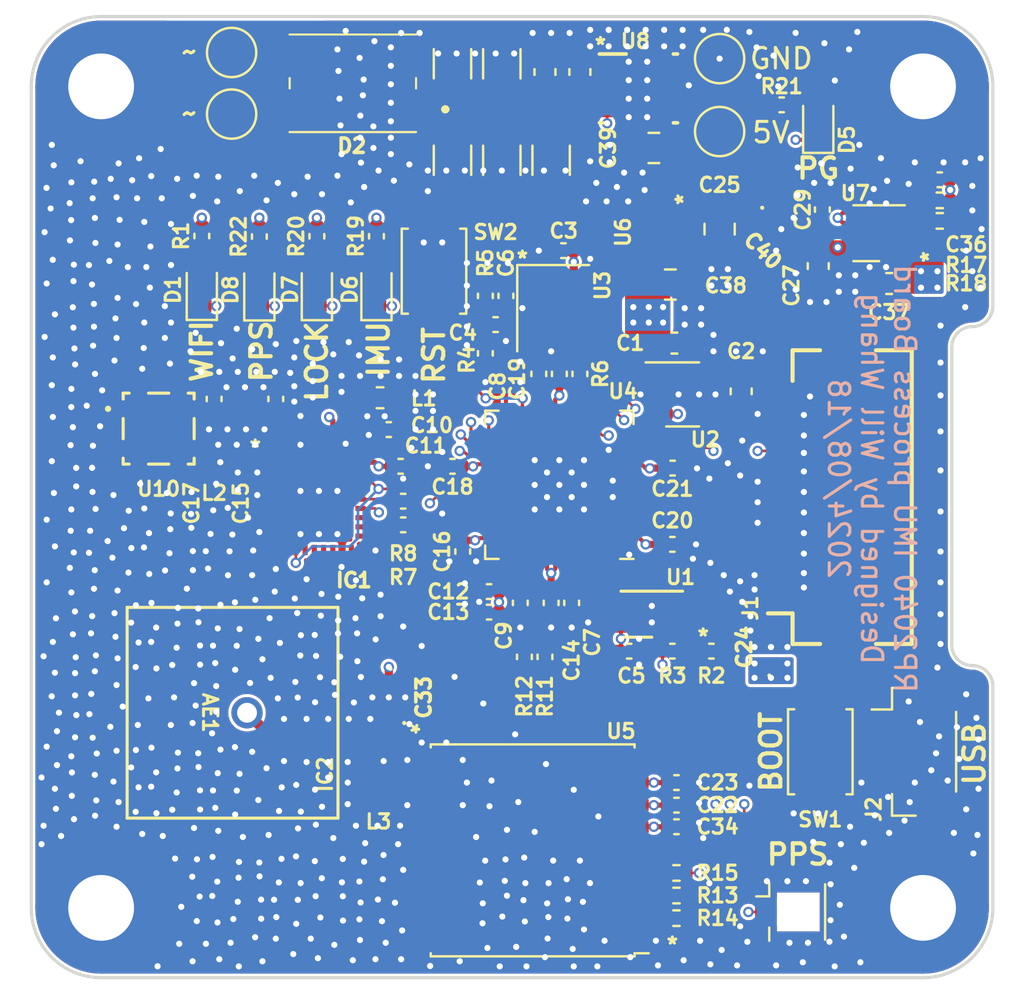
<source format=kicad_pcb>
(kicad_pcb (version 20240108) (generator "pcbnew") (generator_version "8.0")
  (title_block (title "IMU Array Data Processing board") (date "2024-10-19") (rev "V1.0") (comment 1 "Designed by Will Whang"))
  (layers (0 "F.Cu" signal) (1 "In1.Cu" signal) (2 "In2.Cu" signal) (31 "B.Cu" signal) (34 "B.Paste" user) (35 "F.Paste" user) (36 "B.SilkS" user "B.Silkscreen") (37 "F.SilkS" user "F.Silkscreen") (38 "B.Mask" user) (39 "F.Mask" user) (44 "Edge.Cuts" user))
  (net 0 "")
  (net 1 "GND")
  (net 2 "+3V3")
  (net 3 "+1V2")
  (net 4 "+5V")
  (net 5 "Net-(AE1-A)")
  (net 6 "FPGA_SI")
  (net 7 "FPGA_CS")
  (net 8 "FPGA_SCK")
  (net 9 "FPGA_SO")
  (net 10 "FSYNC")
  (net 11 "FPGA_CDONE")
  (net 12 "FPGA_RST")
  (net 13 "IMU_CS")
  (net 14 "IMU1_INT")
  (net 15 "Net-(C4-Pad1)")
  (net 16 "Net-(U3-VC)")
  (net 17 "Net-(U4-VREG_VOUT)")
  (net 18 "Net-(IC1-VIN_LDO)")
  (net 19 "Net-(IC1-ANT)")
  (net 20 "VDD")
  (net 21 "Net-(J1-Pin_1)")
  (net 22 "Net-(U7-EN)")
  (net 23 "+3.3VA")
  (net 24 "WL_GPIO0")
  (net 25 "Net-(D2-Pad2)")
  (net 26 "Net-(D2-Pad3)")
  (net 27 "Net-(U7-NR{slash}SS)")
  (net 28 "Net-(IC2-VCC)")
  (net 29 "Net-(U7-FB)")
  (net 30 "Net-(D1-A)")
  (net 31 "Net-(D5-A)")
  (net 32 "Net-(D5-K)")
  (net 33 "Net-(D6-A)")
  (net 34 "Net-(D7-A)")
  (net 35 "WL_ON")
  (net 36 "WL_GPIO2")
  (net 37 "WL_GPIO1")
  (net 38 "WL_CLK")
  (net 39 "WL_D")
  (net 40 "Net-(D8-A)")
  (net 41 "WL_CS")
  (net 46 "USBpico_DP")
  (net 47 "USBpico_DN")
  (net 48 "/QSPI_SS")
  (net 49 "~{USB_BOOT}")
  (net 50 "VC")
  (net 52 "Net-(IC1-SDIO_DATA_1)")
  (net 54 "Net-(IC1-SDIO_DATA_0)")
  (net 56 "GPS_TX")
  (net 58 "GPS_RX")
  (net 59 "GPS_PPS")
  (net 60 "Net-(IC1-SR_VLX)")
  (net 61 "PICO_RST")
  (net 62 "/QSPI_SD1")
  (net 63 "/QSPI_SD2")
  (net 64 "/QSPI_SD0")
  (net 65 "/QSPI_SCLK")
  (net 66 "/QSPI_SD3")
  (net 69 "SWCLK")
  (net 70 "SWD")
  (net 71 "Net-(IC2-FILT_OUT)")
  (net 72 "Net-(IC2-RF_OUT)")
  (net 73 "Net-(IC2-AMP_IN)")
  (net 74 "Net-(U4-XIN)")
  (net 75 "Net-(U3-OUT)")
  (net 76 "Net-(U4-USB_DP)")
  (net 77 "Net-(U4-USB_DM)")
  (net 78 "Net-(U5-RXD)")
  (net 79 "Net-(U5-TXD)")
  (net 80 "Net-(U5-TIMEPULSE)")
  (net 90 "LEDA")
  (net 91 "LEDB")
  (net 92 "LEDC")
  (net 94 "Net-(C17-Pad1)")
  (net 99 "LEDD")
  (footprint "Capacitor_SMD:C_0402_1005Metric" (layer "F.Cu") (at 151.6 112.78 90)
    (property "Reference" "R12")
    (property "Value" "27")
  )
  (footprint "Capacitor_SMD:C_0402_1005Metric" (layer "F.Cu") (at 149.88 109.6 180)
    (property "Reference" "C12")
    (property "Value" "100n")
  )
  (footprint "Capacitor_SMD:C_0402_1005Metric" (layer "F.Cu") (at 151.4 110.15 -90)
    (property "Reference" "C9")
    (property "Value" "1u")
  )
  (footprint "Capacitor_SMD:C_0402_1005Metric" (layer "F.Cu") (at 152.3 99 90)
    (property "Reference" "C8")
    (property "Value" "100n")
  )
  (footprint "Capacitor_SMD:C_0805_2012Metric" (layer "F.Cu") (at 161.1 91.95 90)
    (property "Reference" "C25")
    (property "Value" "4.7uF")
  )
  (footprint "footprints:NFM18CC101R1C3D" (layer "F.Cu") (at 164.1 91.95 -45)
    (property "Reference" "C40")
    (property "Value" "C_Feedthrough" (hide yes))
  )
  (footprint "Connector_JST:JST_SH_BM04B-SRSS-TB_1x04-1MP_P1.00mm_Vertical" (layer "F.Cu") (at 170.6 117.4 -90)
    (property "Reference" "J2")
    (property "Value" "Conn_01x04_Shielded")
  )
  (footprint "Package_TO_SOT_SMD:SOT-23-5" (layer "F.Cu") (at 159.3 100)
    (property "Reference" "U2")
    (property "Value" "LP5907MFX-1.2")
  )
  (footprint "Capacitor_SMD:C_0402_1005Metric" (layer "F.Cu") (at 145.575 103.5)
    (property "Reference" "C11")
    (property "Value" "4.7uF")
  )
  (footprint "Capacitor_SMD:C_0402_1005Metric" (layer "F.Cu") (at 164.12 85.9 180)
    (property "Reference" "R21")
    (property "Value" "1k")
  )
  (footprint "Capacitor_SMD:C_0603_1608Metric" (layer "F.Cu") (at 162.15 99.85 -90)
    (property "Reference" "C2")
    (property "Value" "4.7uF")
  )
  (footprint "Capacitor_SMD:C_0805_2012Metric" (layer "F.Cu") (at 158.7 94.65)
    (property "Reference" "C38")
    (property "Value" "22uF")
  )
  (footprint "LED_SMD:LED_0603_1608Metric" (layer "F.Cu") (at 135.9 94.8875 90)
    (property "Reference" "D1")
    (property "Value" "LED")
  )
  (footprint "LED_SMD:LED_0603_1608Metric" (layer "F.Cu") (at 144.4 94.9 90)
    (property "Reference" "D6")
    (property "Value" "LED")
  )
  (footprint "Capacitor_SMD:C_0402_1005Metric" (layer "F.Cu") (at 158.8125 103.5875)
    (property "Reference" "C21")
    (property "Value" "100n")
  )
  (footprint "RF_GPS:ublox_MAX" (layer "F.Cu") (at 152 122.2 180)
    (property "Reference" "U5")
    (property "Value" "MAX-8C")
  )
  (footprint "TestPoint:TestPoint_Pad_D2.0mm" (layer "F.Cu") (at 137.35 83.35 90)
    (property "Reference" "TP2" (hide yes))
    (property "Value" "TestPoint")
  )
  (footprint "Capacitor_SMD:C_0402_1005Metric" (layer "F.Cu") (at 159 120)
    (property "Reference" "C22")
    (property "Value" "1uF")
  )
  (footprint "footprints:TPSM82821SILR" (layer "F.Cu") (at 158.5 92.1 -90)
    (property "Reference" "U6")
    (property "Value" "TPSM828214SILR" (hide yes))
  )
  (footprint "Capacitor_SMD:C_0603_1608Metric" (layer "F.Cu") (at 154.3 84.3 90)
    (property "Reference" "C35" (hide yes))
    (property "Value" "100n")
  )
  (footprint "Capacitor_SMD:C_0402_1005Metric" (layer "F.Cu") (at 145.7 105.2 180)
    (property "Reference" "R8")
    (property "Value" "10K")
  )
  (footprint "Inductor_SMD:L_0402_1005Metric" (layer "F.Cu") (at 138 100.7 180)
    (property "Reference" "L2")
    (property "Value" "L")
  )
  (footprint "footprints:NFM18CC101R1C3D" (layer "F.Cu") (at 163.6 112.3 90)
    (property "Reference" "C24")
    (property "Value" "C_Feedthrough" (hide yes))
  )
  (footprint "Capacitor_SMD:C_0603_1608Metric" (layer "F.Cu") (at 158.9 97.5 180)
    (property "Reference" "C1")
    (property "Value" "4.7uF")
  )
  (footprint "Capacitor_SMD:C_0402_1005Metric" (layer "F.Cu") (at 148.1 103.5 180)
    (property "Reference" "C18")
    (property "Value" "100n")
  )
  (footprint "Capacitor_SMD:C_0402_1005Metric" (layer "F.Cu") (at 158.8 107.3)
    (property "Reference" "C20")
    (property "Value" "100n")
  )
  (footprint "footprints:SIL0010A" (layer "F.Cu") (at 157.15 85.1)
    (property "Reference" "U8")
    (property "Value" "LMZM23600SILR")
  )
  (footprint "Capacitor_SMD:C_0402_1005Metric" (layer "F.Cu") (at 166.1 91 90)
    (property "Reference" "C29")
    (property "Value" "10nF")
  )
  (footprint "Resistor_SMD:R_0402_1005Metric" (layer "F.Cu") (at 159 125.5)
    (property "Reference" "R14")
    (property "Value" "100R")
  )
  (footprint "TestPoint:TestPoint_Pad_D2.0mm" (layer "F.Cu") (at 161.1 83.65)
    (property "Reference" "TP4" (hide yes))
    (property "Value" "TestPoint")
  )
  (footprint "Capacitor_SMD:C_0805_2012Metric" (layer "F.Cu") (at 157.9 88.000003 180)
    (property "Reference" "C39")
    (property "Value" "22uF")
  )
  (footprint "Inductor_SMD:L_0603_1608Metric" (layer "F.Cu") (at 144.575 100.1625)
    (property "Reference" "L1")
    (property "Value" "L")
  )
  (footprint "Resistor_SMD:R_0402_1005Metric" (layer "F.Cu") (at 171.8125 90.55)
    (property "Reference" "R17")
    (property "Value" "3.57K")
  )
  (footprint "RP2040_minimal:RP2040-QFN-56" (layer "F.Cu") (at 153.3 104.4 180)
    (property "Reference" "U4")
    (property "Value" "RP2040")
  )
  (footprint "Capacitor_SMD:C_0402_1005Metric" (layer "F.Cu") (at 153.9 110.15 -90)
    (property "Reference" "C7")
    (property "Value" "100n")
  )
  (footprint "footprints:ANT_47948-0001_MOL" (layer "F.Cu") (at 133.8 101.664999)
    (property "Reference" "U10")
    (property "Value" "479480001")
  )
  (footprint "TestPoint:TestPoint_Pad_D2.0mm" (layer "F.Cu") (at 137.35 86.35 90)
    (property "Reference" "TP1" (hide yes))
    (property "Value" "TestPoint")
  )
  (footprint "Capacitor_SMD:C_0402_1005Metric" (layer "F.Cu") (at 149.7 95.2 -90)
    (property "Reference" "R5")
    (property "Value" "27")
  )
  (footprint "Capacitor_SMD:C_0402_1005Metric" (layer "F.Cu") (at 138.7 92.3125 90)
    (property "Reference" "R22")
    (property "Value" "1k")
  )
  (footprint "Capacitor_SMD:C_0402_1005Metric" (layer "F.Cu") (at 145.7 106.35 180)
    (property "Reference" "R7")
    (property "Value" "470R")
  )
  (footprint "Connector_FFC-FPC:Hirose_FH12-22S-0.5SH_1x22-1MP_P0.50mm_Horizontal" (layer "F.Cu") (at 165.95 105 90)
    (property "Reference" "J1")
    (property "Value" "Conn_01x22_Shielded")
  )
  (footprint "Capacitor_SMD:C_1206_3216Metric" (layer "F.Cu") (at 150.5 88.6 -90)
    (property "Reference" "C28" (hide yes))
    (property "Value" "10uF")
  )
  (footprint "Capacitor_SMD:C_0402_1005Metric" (layer "F.Cu") (at 148.6 107.65 -90)
    (property "Reference" "C16")
    (property "Value" "100n")
  )
  (footprint "Capacitor_SMD:C_1206_3216Metric" (layer "F.Cu") (at 148.1 83.9 90)
    (property "Reference" "C30" (hide yes))
    (property "Value" "22uF")
  )
  (footprint "Capacitor_SMD:C_0402_1005Metric" (layer "F.Cu") (at 154.3 99 90)
    (property "Reference" "R6")
    (property "Value" "27")
  )
  (footprint "Capacitor_SMD:C_0402_1005Metric" (layer "F.Cu") (at 159 118.9)
    (property "Reference" "C23")
    (property "Value" "1uF")
  )
  (footprint "LED_SMD:LED_0603_1608Metric" (layer "F.Cu") (at 165.9 86.75375 90)
    (property "Reference" "D5")
    (property "Value" "LED")
  )
  (footprint "LED_SMD:LED_0603_1608Metric" (layer "F.Cu") (at 141.5 94.9 90)
    (property "Reference" "D7")
    (property "Value" "LED")
  )
  (footprint "Capacitor_SMD:C_0402_1005Metric" (layer "F.Cu") (at 156.7 112.5)
    (property "Reference" "C5")
    (property "Value" "100n")
  )
  (footprint "Capacitor_SMD:C_0402_1005Metric" (layer "F.Cu") (at 144.4 92.3 90)
    (property "Reference" "R19")
    (property "Value" "1k")
  )
  (footprint "Capacitor_SMD:C_0402_1005Metric" (layer "F.Cu") (at 150.2 96.6)
    (property "Reference" "C4")
    (property "Value" "100n")
  )
  (footprint "Capacitor_SMD:C_0402_1005Metric" (layer "F.Cu") (at 149.88 110.6 180)
    (property "Reference" "C13")
    (property "Value" "1u")
  )
  (footprint "Capacitor_SMD:C_0402_1005Metric" (layer "F.Cu") (at 141.5 92.3 90)
    (property "Reference" "R20")
    (property "Value" "1k")
  )
  (footprint "MountingHole:MountingHole_3.2mm_M3_Pad" (layer "F.Cu") (at 171 125)
    (property "Reference" "H1" (hide yes))
    (property "Value" "MountingHole_Pad")
  )
  (footprint "Capacitor_SMD:C_0603_1608Metric" (layer "F.Cu") (at 152.6 84.3 90)
    (property "Reference" "C32" (hide yes))
    (property "Value" "1uF")
  )
  (footprint "footprints:LBEE5KL1YN814" (layer "F.Cu") (at 141.6 104.65 -90)
    (property "Reference" "IC1")
    (property "Value" "LBEE5KL1YN-814" (hide yes))
  )
  (footprint "MountingHole:MountingHole_3.2mm_M3_Pad" (layer "F.Cu") (at 131 125)
    (property "Reference" "H3" (hide yes))
    (property "Value" "MountingHole_Pad")
  )
  (footprint "Capacitor_SMD:C_0402_1005Metric" (layer "F.Cu") (at 135.9 92.2875 90)
    (property "Reference" "R1")
    (property "Value" "1k")
  )
  (footprint "footprints:APAES1575R1040J34-T_ABR" (layer "F.Cu") (at 138.1 115.5 -90)
    (property "Reference" "AE1")
    (property "Value" "Antenna")
  )
  (footprint "Capacitor_SMD:C_0603_1608Metric" (layer "F.Cu") (at 169.35 94.6 180)
    (property "Reference" "C37")
    (property "Value" "10uF")
  )
  (footprint "Capacitor_SMD:C_0402_1005Metric" (layer "F.Cu") (at 136.5 100.22 90)
    (property "Reference" "C17")
    (property "Value" "DNP")
  )
  (footprint "Inductor_SMD:L_0402_1005Metric" (layer "F.Cu") (at 144.5 119.800001 180)
    (property "Reference" "L3")
    (property "Value" "13nH")
  )
  (footprint "TestPoint:TestPoint_Pad_D2.0mm" (layer "F.Cu") (at 161.1 87.2)
    (property "Reference" "TP3" (hide yes))
    (property "Value" "TestPoint")
  )
  (footprint "footprints:CDHD201" (layer "F.Cu") (at 143.25 84.85 -90)
    (property "Reference" "D2")
    (property "Value" "CDHD201" (hide yes))
  )
  (footprint "Capacitor_SMD:C_0402_1005Metric" (layer "F.Cu") (at 150.7 95.2 -90)
    (property "Reference" "C6")
    (property "Value" "100n")
  )
  (footprint "Capacitor_SMD:C_1206_3216Metric" (layer "F.Cu") (at 152.9 88.6 -90)
    (property "Reference" "C42" (hide yes))
    (property "Value" "10uF")
  )
  (footprint "Capacitor_SMD:C_0402_1005Metric" (layer "F.Cu") (at 153.3 99 90)
    (property "Reference" "C19")
    (property "Value" "100n")
  )
  (footprint "LED_SMD:LED_0603_1608Metric" (layer "F.Cu") (at 138.7 94.9125 90)
    (property "Reference" "D8")
    (property "Value" "LED")
  )
  (footprint "Capacitor_SMD:C_0402_1005Metric" (layer "F.Cu") (at 139.5 100.22 90)
    (property "Reference" "C15")
    (property "Value" "DNP")
  )
  (footprint "Resistor_SMD:R_0402_1005Metric" (layer "F.Cu") (at 159 124.4)
    (property "Reference" "R13")
    (property "Value" "100R")
  )
  (footprint "Capacitor_SMD:C_0603_1608Metric" (layer "F.Cu") (at 165.9 93.75 -90)
    (property "Reference" "C27")
    (property "Value" "10uF")
  )
  (footprint "Resistor_SMD:R_0402_1005Metric" (layer "F.Cu") (at 171.8125 91.55 180)
    (property "Reference" "R18")
    (property "Value" "1.15K")
  )
  (footprint "Package_DFN_QFN:DFN-8-1EP_3x2mm_P0.5mm_EP1.36x1.46mm" (layer "F.Cu") (at 157.8 110.7 180)
    (property "Reference" "U1")
    (property "Value" "W25Q128JVS")
  )
  (footprint "Resistor_SMD:R_0402_1005Metric" (layer "F.Cu") (at 159 123.3 180)
    (property "Reference" "R15")
    (property "Value" "100R")
  )
  (footprint "Capacitor_SMD:C_0402_1005Metric" (layer "F.Cu") (at 153.5 93 180)
    (property "Reference" "C3")
    (property "Value" "100n")
  )
  (footprint "Capacitor_SMD:C_0402_1005Metric" (layer "F.Cu") (at 158.8 112.5)
    (property "Reference" "R3")
    (property "Value" "DNF")
  )
  (footprint "Capacitor_SMD:C_1206_3216Metric" (layer "F.Cu") (at 150.5 83.9 90)
    (property "Reference" "C26" (hide yes))
    (property "Value" "10uF")
  )
  (footprint "Capacitor_SMD:C_0402_1005Metric" (layer "F.Cu") (at 152.6 112.78 90)
    (property "Reference" "R11")
    (property "Value" "27")
  )
  (footprint "MountingHole:MountingHole_3.2mm_M3_Pad" (layer "F.Cu") (at 131 85)
    (property "Reference" "H2" (hide yes))
    (property "Value" "MountingHole_Pad")
  )
  (footprint "footprints:NFM18CC101R1C3D" (layer "F.Cu") (at 145 114.75 -90)
    (property "Reference" "C33")
    (property "Value" "C_Feedthrough" (hide yes))
  )
  (footprint "Capacitor_SMD:C_0402_1005Metric" (layer "F.Cu") (at 145 101.7125 180)
    (property "Reference" "C10")
    (property "Value" "4.7uF")
  )
  (footprint "Capacitor_SMD:C_0402_1005Metric" (layer "F.Cu") (at 152.9 110.15 -90)
    (property "Reference" "C14")
    (property "Value" "100n")
  )
  (footprint "footprints:SKY5595011" (layer "F.Cu") (at 144.75 117.85 -90)
    (property "Reference" "IC2")
    (property "Value" "SKY55950-11" (hide yes))
  )
  (footprint "Capacitor_SMD:C_0402_1005Metric" (layer "F.Cu") (at 159 121.05)
    (property "Reference" "C34")
    (property "Value" "1uF")
  )
  (footprint "Package_DFN_QFN:Texas_S-PDSO-N10_EP1.2x2mm" (layer "F.Cu") (at 168.8625 92.15 180)
    (property "Reference" "U7")
    (property "Value" "TPS7A90")
  )
  (footprint "Capacitor_SMD:C_1206_3216Metric" (layer "F.Cu") (at 148.1 88.6 -90)
    (property "Reference" "C31" (hide yes))
    (property "Value" "22uF")
  )
  (footprint "Capacitor_SMD:C_0402_1005Metric" (layer "F.Cu") (at 149.7 98 -90)
    (property "Reference" "R4")
    (property "Value" "27")
  )
  (footprint "Capacitor_SMD:C_0402_1005Metric" (layer "F.Cu") (at 171.8125 89.55)
    (property "Reference" "C36")
    (property "Value" "10nF")
  )
  (footprint "MountingHole:MountingHole_3.2mm_M3_Pad" (layer "F.Cu") (at 171 85)
    (property "Reference" "H4" (hide yes))
    (property "Value" "MountingHole_Pad")
  )
  (footprint "Capacitor_SMD:C_0402_1005Metric" (layer "F.Cu") (at 160.7 112.5)
    (property "Reference" "R2")
    (property "Value" "1k")
  )
  (footprint "Button_Switch_SMD:SW_Push_SPST_NO_Alps_SKRK" (layer "F.Cu") (at 166 117.4 -90)
    (property "Reference" "SW1")
    (property "Value" "SW_Push")
  )
  (footprint "Button_Switch_SMD:SW_Push_SPST_NO_Alps_SKRK" (layer "F.Cu") (at 147.2 94 90)
    (property "Reference" "SW2")
    (property "Value" "SW_Push")
  )
  (footprint "Oscillator:Oscillator_SMD_SeikoEpson_SG8002CE-4Pin_3.2x2.5mm" (layer "F.Cu") (at 153 95.8 -90)
    (property "Reference" "U3")
    (property "Value" "FT5HV")
  )
  (footprint "Connector_Coaxial:U.FL_Hirose_U.FL-R-SMT-1_Vertical" (layer "F.Cu") (at 164.4 125.2)
    (property "Reference" "J3" (hide yes))
    (property "Value" "Conn_Coaxial")
  )
  (gr_line (start 172.4 97.7) (end 172.4 112.2) (stroke (width 0.15)) (layer "Edge.Cuts"))
  (gr_line (start 127.6 85) (end 127.6 125) (stroke (width 0.15)) (layer "Edge.Cuts"))
  (gr_line (start 131 128.4) (end 171 128.4) (stroke (width 0.15)) (layer "Edge.Cuts"))
  (gr_arc (start 131 128.4) (mid 128.595837 127.404163) (end 127.6 125) (stroke (width 0.15)) (layer "Edge.Cuts"))
  (gr_arc (start 174.4 125) (mid 173.404163 127.404163) (end 171 128.4) (stroke (width 0.15)) (layer "Edge.Cuts"))
  (gr_arc (start 127.6 85) (mid 128.595837 82.595837) (end 131 81.6) (stroke (width 0.15)) (layer "Edge.Cuts"))
  (gr_arc (start 172.4 97.7) (mid 172.692893 96.992893) (end 173.4 96.7) (stroke (width 0.15)) (layer "Edge.Cuts"))
  (gr_line (start 174.4 95.7) (end 174.4 85) (stroke (width 0.15)) (layer "Edge.Cuts"))
  (gr_arc (start 171 81.6) (mid 173.404163 82.595837) (end 174.4 85) (stroke (width 0.15)) (layer "Edge.Cuts"))
  (gr_arc (start 173.4 113.2) (mid 172.692893 112.907107) (end 172.4 112.2) (stroke (width 0.15)) (layer "Edge.Cuts"))
  (gr_arc (start 174.4 95.7) (mid 174.107107 96.407107) (end 173.4 96.7) (stroke (width 0.15)) (layer "Edge.Cuts"))
  (gr_line (start 171 81.6) (end 131 81.6) (stroke (width 0.15)) (layer "Edge.Cuts"))
  (gr_line (start 174.4 125) (end 174.4 114.2) (stroke (width 0.15)) (layer "Edge.Cuts"))
  (gr_arc (start 173.4 113.2) (mid 174.107107 113.492893) (end 174.4 114.2) (stroke (width 0.15)) (layer "Edge.Cuts"))
  (gr_text "RP2040 IMU process Board\nDesigned by Will Whang\n2024/08/18" (at 168.5 104.1 -90) (layer "B.SilkS") (effects (font (size 1 1)) (justify mirror)))
  (gr_text "RST" (at 147.2 98.1 90) (layer "F.SilkS") (effects (font (size 1 1) (thickness 0.2) (bold yes))))
  (gr_text "PPS" (at 138.8 97.9 90) (layer "F.SilkS") (effects (font (size 1 1) (thickness 0.2))))
  (gr_text "WIFI" (at 135.9 97.9 90) (layer "F.SilkS") (effects (font (size 1 1) (thickness 0.2))))
  (gr_text "*" (at 151.5 93.4 0) (layer "F.SilkS") (effects (font (size 0.7 0.7))))
  (gr_text "PPS" (at 164.9 122.4 0) (layer "F.SilkS") (effects (font (size 1 1) (thickness 0.2) (bold yes))))
  (gr_text "~" (at 135.3 83.3 0) (layer "F.SilkS") (effects (font (size 1 1))))
  (gr_text "*" (at 146.447056 116.435787 45) (layer "F.SilkS") (effects (font (size 0.7 0.7))))
  (gr_text "GND" (at 164.1 83.65 0) (layer "F.SilkS") (effects (font (size 1 1))))
  (gr_text "*" (at 158.8 126.8 0) (layer "F.SilkS") (effects (font (size 0.7 0.7))))
  (gr_text "PG" (at 165.9 89 0) (layer "F.SilkS") (effects (font (size 1 1) (thickness 0.2))))
  (gr_text "*" (at 138.5 102.6 0) (layer "F.SilkS") (effects (font (size 0.7 0.7))))
  (gr_text "IMU" (at 144.5 97.8 90) (layer "F.SilkS") (effects (font (size 1 1) (thickness 0.2))))
  (gr_text "LOCK" (at 141.5 98.4 90) (layer "F.SilkS") (effects (font (size 1 1) (thickness 0.2))))
  (gr_text "*" (at 160.3 111.8 0) (layer "F.SilkS") (effects (font (size 0.7 0.7))))
  (gr_text "*" (at 155.3 83 0) (layer "F.SilkS") (effects (font (size 0.7 0.7))))
  (gr_text "5V" (at 163.6 87.25 0) (layer "F.SilkS") (effects (font (size 1 1))))
  (gr_text "~" (at 135.3 86.3 0) (layer "F.SilkS") (effects (font (size 1 1))))
  (gr_text "*" (at 171.3 93.3 90) (layer "F.SilkS") (effects (font (size 0.7 0.7))))
  (gr_text "BOOT" (at 163.6 117.4 90) (layer "F.SilkS") (effects (font (size 1 1) (thickness 0.2) (bold yes))))
  (gr_text "USB" (at 173.5 117.5 90) (layer "F.SilkS") (effects (font (size 1 1) (thickness 0.2) (bold yes))))
  (segment (start 154.3 103.4) (end 153.3 104.4) (width 0.25) (layer "F.Cu") (net 1))
  (segment (start 156.7375 105) (end 155.9 105) (width 0.2) (layer "F.Cu") (net 1))
  (segment (start 154.55 100.05) (end 155.05 100.05) (width 0.2) (layer "F.Cu") (net 1))
  (segment (start 154.3 100.9625) (end 154.3 100.3) (width 0.2) (layer "F.Cu") (net 1))
  (segment (start 159.75 104.2) (end 160 103.95) (width 0.2) (layer "F.Cu") (net 1))
  (segment (start 161.85 106.25) (end 162.95 106.25) (width 0.2) (layer "F.Cu") (net 1))
  (segment (start 154.3 100.9625) (end 154.3 103) (width 0.2) (layer "F.Cu") (net 1))
  (segment (start 157 99.75) (end 157.25 100) (width 0.2) (layer "F.Cu") (net 1))
  (segment (start 155.35 99.75) (end 157 99.75) (width 0.2) (layer "F.Cu") (net 1))
  (segment (start 155.05 100.05) (end 155.35 99.75) (width 0.2) (layer "F.Cu") (net 1))
  (segment (start 154.3 103) (end 154.5 103.2) (width 0.2) (layer "F.Cu") (net 1))
  (segment (start 156.7375 104.2) (end 159.75 104.2) (width 0.2) (layer "F.Cu") (net 1))
  (segment (start 156.7375 104.2) (end 155.9 104.2) (width 0.2) (layer "F.Cu") (net 1))
  (segment (start 160.6 105) (end 161.85 106.25) (width 0.2) (layer "F.Cu") (net 1))
  (segment (start 154.3 100.3) (end 154.55 100.05) (width 0.2) (layer "F.Cu") (net 1))
  (segment (start 156.7375 105) (end 160.6 105) (width 0.2) (layer "F.Cu") (net 1))
  (segment (start 160 103.95) (end 160 103.6) (width 0.2) (layer "F.Cu") (net 1))
  (via (at 144.5 89.1) (size 0.5032) (drill 0.3) (layers "F.Cu" "B.Cu") (net 1))
  (via (at 131.44936 116.185927) (size 0.5032) (drill 0.3) (layers "F.Cu" "B.Cu") (net 1))
  (via (at 137.4 98.248793) (size 0.5032) (drill 0.3) (layers "F.Cu" "B.Cu") (net 1))
  (via (at 142.540143 109.850135) (size 0.5032) (drill 0.3) (layers "F.Cu" "B.Cu") (net 1))
  (via (at 138.95 101.7) (size 0.5032) (drill 0.3) (layers "F.Cu" "B.Cu") (net 1))
  (via (at 137.161393 105.523137) (size 0.5032) (drill 0.3) (layers "F.Cu" "B.Cu") (net 1))
  (via (at 165.2 103.75) (size 0.5032) (drill 0.3) (layers "F.Cu" "B.Cu") (net 1))
  (via (at 155.5 126.6) (size 0.5032) (drill 0.3) (layers "F.Cu" "B.Cu") (net 1))
  (via (at 134.676877 119.381834) (size 0.5032) (drill 0.3) (layers "F.Cu" "B.Cu") (net 1))
  (via (at 134.4 93.7) (size 0.5032) (drill 0.3) (layers "F.Cu" "B.Cu") (net 1))
  (via (at 157.574999 83.8) (size 0.5032) (drill 0.3) (layers "F.Cu" "B.Cu") (net 1))
  (via (at 132.691867 110.265257) (size 0.5032) (drill 0.3) (layers "F.Cu" "B.Cu") (net 1))
  (via (at 149.8 126.95) (size 0.5032) (drill 0.3) (layers "F.Cu" "B.Cu") (net 1))
  (via (at 160.9 100) (size 0.5032) (drill 0.3) (layers "F.Cu" "B.Cu") (net 1))
  (via (at 165.3 123.7) (size 0.5032) (drill 0.3) (layers "F.Cu" "B.Cu") (net 1))
  (via (at 151.64602 123.796513) (size 0.5032) (drill 0.3) (layers "F.Cu" "B.Cu") (net 1))
  (via (at 134.6 122.6) (size 0.5032) (drill 0.3) (layers "F.Cu" "B.Cu") (net 1))
  (via (at 152.9 111.35) (size 0.5032) (drill 0.3) (layers "F.Cu" "B.Cu") (net 1))
  (via (at 161.5 93.9) (size 0.5032) (drill 0.3) (layers "F.Cu" "B.Cu") (net 1))
  (via (at 168.4 90.7) (size 0.5032) (drill 0.3) (layers "F.Cu" "B.Cu") (net 1))
  (via (at 136.407704 124.420251) (size 0.5032) (drill 0.3) (layers "F.Cu" "B.Cu") (net 1))
  (via (at 143.25 127.55) (size 0.5032) (drill 0.3) (layers "F.Cu" "B.Cu") (net 1))
  (via (at 173.1 120.2) (size 0.5032) (drill 0.3) (layers "F.Cu" "B.Cu") (net 1))
  (via (at 170.35 119.85) (size 0.5032) (drill 0.3) (layers "F.Cu" "B.Cu") (net 1))
  (via (at 139.15 121.45) (size 0.5032) (drill 0.3) (layers "F.Cu" "B.Cu") (net 1))
  (via (at 169.25 89.6) (size 0.5032) (drill 0.3) (layers "F.Cu" "B.Cu") (net 1))
  (via (at 145.55 121) (size 0.5032) (drill 0.3) (layers "F.Cu" "B.Cu") (net 1))
  (via (at 150.4 127.85) (size 0.5032) (drill 0.3) (layers "F.Cu" "B.Cu") (net 1))
  (via (at 143.799327 122.750366) (size 0.5032) (drill 0.3) (layers "F.Cu" "B.Cu") (net 1))
  (via (at 151.4 111.35) (size 0.5032) (drill 0.3) (layers "F.Cu" "B.Cu") (net 1))
  (via (at 129.652947 94.484) (size 0.5032) (drill 0.3) (layers "F.Cu" "B.Cu") (net 1))
  (via (at 173.4 94) (size 0.5032) (drill 0.3) (layers "F.Cu" "B.Cu") (net 1))
  (via (at 166.707275 84.713607) (size 0.5032) (drill 0.3) (layers "F.Cu" "B.Cu") (net 1))
  (via (at 162.8 108.8) (size 0.5032) (drill 0.3) (layers "F.Cu" "B.Cu") (net 1))
  (via (at 128.1 118.65) (size 0.5032) (drill 0.3) (layers "F.Cu" "B.Cu") (net 1))
  (via (at 142.6 85.6) (size 0.5032) (drill 0.3) (layers "F.Cu" "B.Cu") (net 1))
  (via (at 133 121.4) (size 0.5032) (drill 0.3) (layers "F.Cu" "B.Cu") (net 1))
  (via (at 173.85 91.95) (size 0.5032) (drill 0.3) (layers "F.Cu" "B.Cu") (net 1))
  (via (at 129.553484 99.72747) (size 0.5032) (drill 0.3) (layers "F.Cu" "B.Cu") (net 1))
  (via (at 143.4 121) (size 0.5032) (drill 0.3) (layers "F.Cu" "B.Cu") (net 1))
  (via (at 170.85 115.95) (size 0.5032) (drill 0.3) (layers "F.Cu" "B.Cu") (net 1))
  (via (at 147.4 83.4) (size 0.5032) (drill 0.3) (layers "F.Cu" "B.Cu") (net 1))
  (via (at 147.15 101.7) (size 0.5032) (drill 0.3) (layers "F.Cu" "B.Cu") (net 1))
  (via (at 134.736447 110.392625) (size 0.5032) (drill 0.3) (layers "F.Cu" "B.Cu") (net 1))
  (via (at 135.522046 121.10886) (size 0.5032) (drill 0.3) (layers "F.Cu" "B.Cu") (net 1))
  (via (at 136.7 89.4) (size 0.5032) (drill 0.3) (layers "F.Cu" "B.Cu") (net 1))
  (via (at 171.7 113.3) (size 0.5032) (drill 0.3) (layers "F.Cu" "B.Cu") (net 1))
  (via (at 154.8 83.05) (size 0.5032) (drill 0.3) (layers "F.Cu" "B.Cu") (net 1))
  (via (at 136.834307 97.503804) (size 0.5032) (drill 0.3) (layers "F.Cu" "B.Cu") (net 1))
  (via (at 146.3 100) (size 0.5032) (drill 0.3) (layers "F.Cu" "B.Cu") (net 1))
  (via (at 143.598026 126.564897) (size 0.5032) (drill 0.3) (layers "F.Cu" "B.Cu") (net 1))
  (via (at 166.2 82.9) (size 0.5032) (drill 0.3) (layers "F.Cu" "B.Cu") (net 1))
  (via (at 136.806296 110.242847) (size 0.5032) (drill 0.3) (layers "F.Cu" "B.Cu") (net 1))
  (via (at 144.8 101.0625) (size 0.5032) (drill 0.3) (layers "F.Cu" "B.Cu") (net 1))
  (via (at 146.6 116.95) (size 0.5032) (drill 0.3) (layers "F.Cu" "B.Cu") (net 1))
  (via (at 128.542127 90.945524) (size 0.5032) (drill 0.3) (layers "F.Cu" "B.Cu") (net 1))
  (via (at 134.715128 118.210747) (size 0.5032) (drill 0.3) (layers "F.Cu" "B.Cu") (net 1))
  (via (at 137.52307 113.406096) (size 0.5032) (drill 0.3) (layers "F.Cu" "B.Cu") (net 1))
  (via (at 160.8 97.1) (size 0.5032) (drill 0.3) (layers "F.Cu" "B.Cu") (net 1))
  (via (at 132.9 104.35) (size 0.5032) (drill 0.3) (layers "F.Cu" "B.Cu") (net 1))
  (via (at 159.95 107.3) (size 0.5032) (drill 0.3) (layers "F.Cu" "B.Cu") (net 1))
  (via (at 129.998607 88.6454) (size 0.5032) (drill 0.3) (layers "F.Cu" "B.Cu") (net 1))
  (via (at 131.4675 89.502151) (size 0.5032) (drill 0.3) (layers "F.Cu" "B.Cu") (net 1))
  (via (at 160.7 94.7) (size 0.5032) (drill 0.3) (layers "F.Cu" "B.Cu") (net 1))
  (via (at 164.798865 82.39708) (size 0.5032) (drill 0.3) (layers "F.Cu" "B.Cu") (net 1))
  (via (at 147.15 100.8) (size 0.5032) (drill 0.3) (layers "F.Cu" "B.Cu") (net 1))
  (via (at 139.45 109.6) (size 0.5032) (drill 0.3) (layers "F.Cu" "B.Cu") (net 1))
  (via (at 132.785897 116.095534) (size 0.5032) (drill 0.3) (layers "F.Cu" "B.Cu") (net 1))
  (via (at 153.298301 104.403966) (size 0.5032) (drill 0.3) (layers "F.Cu" "B.Cu") (net 1))
  (via (at 158.1 127.8) (size 0.5032) (drill 0.3) (layers "F.Cu" "B.Cu") (net 1))
  (via (at 155.7 83.05) (size 0.5032) (drill 0.3) (layers "F.Cu" "B.Cu") (net 1))
  (via (at 161.3 108.8) (size 0.5032) (drill 0.3) (layers "F.Cu" "B.Cu") (net 1))
  (via (at 141 117.9) (size 0.5032) (drill 0.3) (layers "F.Cu" "B.Cu") (net 1))
  (via (at 139.9 115.8) (size 0.5032) (drill 0.3) (layers "F.Cu" "B.Cu") (net 1))
  (via (at 167.398826 83.198788) (size 0.5032) (drill 0.3) (layers "F.Cu" "B.Cu") (net 1))
  (via (at 132.51117 89.570274) (size 0.5032) (drill 0.3) (layers "F.Cu" "B.Cu") (net 1))
  (via (at 130.3 100.55) (size 0.5032) (drill 0.3) (layers "F.Cu" "B.Cu") (net 1))
  (via (at 168.646731 120.492156) (size 0.5032) (drill 0.3) (layers "F.Cu" "B.Cu") (net 1))
  (via (at 137.9 121.55) (size 0.5032) (drill 0.3) (layers "F.Cu" "B.Cu") (net 1))
  (via (at 144.6 98.3) (size 0.5032) (drill 0.3) (layers "F.Cu" "B.Cu") (net 1))
  (via (at 142.5 83.2) (size 0.5032) (drill 0.3) (layers "F.Cu" "B.Cu") (net 1))
  (via (at 132.680503 113.273597) (size 0.5032) (drill 0.3) (layers "F.Cu" "B.Cu") (net 1))
  (via (at 137.511393 117.173137) (size 0.5032) (drill 0.3) (layers "F.Cu" "B.Cu") (net 1))
  (via (at 165.5 95.5) (size 0.5032) (drill 0.3) (layers "F.Cu" "B.Cu") (net 1))
  (via (at 146.1 102.6) (size 0.5032) (drill 0.3) (layers "F.Cu" "B.Cu") (net 1))
  (via (at 130.647795 95.591267) (size 0.5032) (drill 0.3) (layers "F.Cu" "B.Cu") (net 1))
  (via (at 143.4 109.05) (size 0.5032) (drill 0.3) (layers "F.Cu" "B.Cu") (net 1))
  (via (at 144.711314 123.606348) (size 0.5032) (drill 0.3) (layers "F.Cu" "B.Cu") (net 1))
  (via (at 140.4 98.2) (size 0.5032) (drill 0.3) (layers "F.Cu" "B.Cu") (net 1))
  (via (at 130.587885 116.713957) (size 0.5032) (drill 0.3) (layers "F.Cu" "B.Cu") (net 1))
  (via (at 138.5 110) (size 0.5032) (drill 0.3) (layers "F.Cu" "B.Cu") (net 1))
  (via (at 169.2 93.8) (size 0.5032) (drill 0.3) (layers "F.Cu" "B.Cu") (net 1))
  (via (at 148.6 120) (size 0.5032) (drill 0.3) (layers "F.Cu" "B.Cu") (net 1))
  (via (at 173.05 95.75) (size 0.5032) (drill 0.3) (layers "F.Cu" "B.Cu") (net 1))
  (via (at 138.9 99.65) (size 0.5032) (drill 0.3) (layers "F.Cu" "B.Cu") (net 1))
  (via (at 145.1 83.1) (size 0.5032) (drill 0.3) (layers "F.Cu" "B.Cu") (net 1))
  (via (at 143.458105 111.632889) (size 0.5032) (drill 0.3) (layers "F.Cu" "B.Cu") (net 1))
  (via (at 165.2 107.75) (size 0.5032) (drill 0.3) (layers "F.Cu" "B.Cu") (net 1))
  (via (at 145.7 111.3) (size 0.5032) (drill 0.3) (layers "F.Cu" "B.Cu") (net 1))
  (via (at 164.9 90.3) (size 0.5032) (drill 0.3) (layers "F.Cu" "B.Cu") (net 1))
  (via (at 142.631834 112.773123) (size 0.5032) (drill 0.3) (layers "F.Cu" "B.Cu") (net 1))
  (via (at 131.8 112.85) (size 0.5032) (drill 0.3) (layers "F.Cu" "B.Cu") (net 1))
  (via (at 135.467111 108.558105) (size 0.5032) (drill 0.3) (layers "F.Cu" "B.Cu") (net 1))
  (via (at 137.687462 123.53103) (size 0.5032) (drill 0.3) (layers "F.Cu" "B.Cu") (net 1))
  (via (at 128.25 97.2) (size 0.5032) (drill 0.3) (layers "F.Cu" "B.Cu") (net 1))
  (via (at 128.2 121) (size 0.5032) (drill 0.3) (layers "F.Cu" "B.Cu") (net 1))
  (via (at 160.3 121.6) (size 0.5032) (drill 0.3) (layers "F.Cu" "B.Cu") (net 1))
  (via (at 128.35 94.6) (size 0.5032) (drill 0.3) (layers "F.Cu" "B.Cu") (net 1))
  (via (at 151.1 83.4) (size 0.5032) (drill 0.3) (layers "F.Cu" "B.Cu") (net 1))
  (via (at 172.2 118.8) (size 0.5032) (drill 0.3) (layers "F.Cu" "B.Cu") (net 1))
  (via (at 152.65 118) (size 0.5032) (drill 0.3) (layers "F.Cu" "B.Cu") (net 1))
  (via (at 141.45 120.95) (size 0.5032) (drill 0.3) (layers "F.Cu" "B.Cu") (net 1))
  (via (at 160.7 93.9) (size 0.5032) (drill 0.3) (layers "F.Cu" "B.Cu") (net 1))
  (via (at 165.2 102) (size 0.5032) (drill 0.3) (layers "F.Cu" "B.Cu") (net 1))
  (via (at 142.7 99.875) (size 0.5032) (drill 0.3) (layers "F.Cu" "B.Cu") (net 1))
  (via (at 133.329488 106.751933) (size 0.5032) (drill 0.3) (layers "F.Cu" "B.Cu") (net 1))
  (via (at 153.657498 123.602455) (size 0.5032) (drill 0.3) (layers "F.Cu" "B.Cu") (net 1))
  (via (at 152.764482 125.448531) (size 0.5032) (drill 0.3) (layers "F.Cu" "B.Cu") (net 1))
  (via (at 130.696348 91.407515) (size 0.5032) (drill 0.3) (layers "F.Cu" "B.Cu") (net 1))
  (via (at 141.410363 119.243049) (size 0.5032) (drill 0.3) (layers "F.Cu" "B.Cu") (net 1))
  (via (at 171.85 109.15) (size 0.5032) (drill 0.3) (layers "F.Cu" "B.Cu") (net 1))
  (via (at 130.508794 111.63205) (size 0.5032) (drill 0.3) (layers "F.Cu" "B.Cu") (net 1))
  (via (at 140.7 102.45) (size 0.5032) (drill 0.3) (layers "F.Cu" "B.Cu") (net 1))
  (via (at 135.6 97) (size 0.5032) (drill 0.3) (layers "F.Cu" "B.Cu") (net 1))
  (via (at 145.8 114.75) (size 0.5032) (drill 0.3) (layers "F.Cu" "B.Cu") (net 1))
  (via (at 144.75 117.85) (size 0.5032) (drill 0.3) (layers "F.Cu" "B.Cu") (net 1))
  (via (at 138.65 119.75) (size 0.5032) (drill 0.3) (layers "F.Cu" "B.Cu") (net 1))
  (via (at 153.718297 124.58023) (size 0.5032) (drill 0.3) (layers "F.Cu" "B.Cu") (net 1))
  (via (at 135.4 104.75) (size 0.5032) (drill 0.3) (layers "F.Cu" "B.Cu") (net 1))
  (via (at 162.95 104.25) (size 0.5032) (drill 0.3) (layers "F.Cu" "B.Cu") (net 1))
  (via (at 155.75 87.85) (size 0.5032) (drill 0.3) (layers "F.Cu" "B.Cu") (net 1))
  (via (at 159.35 127.55) (size 0.5032) (drill 0.3) (layers "F.Cu" "B.Cu") (net 1))
  (via (at 134.7 89.5) (size 0.5032) (drill 0.3) (layers "F.Cu" "B.Cu") (net 1))
  (via (at 128.6 103.25) (size 0.5032) (drill 0.3) (layers "F.Cu" "B.Cu") (net 1))
  (via (at 132.341867 105.665257) (size 0.5032) (drill 0.3) (layers "F.Cu" "B.Cu") (net 1))
  (via (at 139.5 97.55) (size 0.5032) (drill 0.3) (layers "F.Cu" "B.Cu") (net 1))
  (via (at 143.05 97.45) (size 0.5032) (drill 0.3) (layers "F.Cu" "B.Cu") (net 1))
  (via (at 142.534575 111.005926) (size 0.5032) (drill 0.3) (layers "F.Cu" "B.Cu") (net 1))
  (via (at 135.73834 111.095402) (size 0.5032) (drill 0.3) (layers "F.Cu" "B.Cu") (net 1))
  (via (at 131.7 111.8) (size 0.5032) (drill 0.3) (layers "F.Cu" "B.Cu") (net 1))
  (via (at 144.6 110.8) (size 0.5032) (drill 0.3) (layers "F.Cu" "B.Cu") (net 1))
  (via (at 168.4 93.8) (size 0.5032) (drill 0.3) (layers "F.Cu" "B.Cu") (net 1))
  (via (at 136.65 90.6) (size 0.5032) (drill 0.3) (layers "F.Cu" "B.Cu") (net 1))
  (via (at 143 117.9) (size 0.5032) (drill 0.3) (layers "F.Cu" "B.Cu") (net 1))
  (via (at 156.6 82.25) (size 0.5032) (drill 0.3) (layers "F.Cu" "B.Cu") (net 1))
  (via (at 129.733085 98.538911) (size 0.5032) (drill 0.3) (layers "F.Cu" "B.Cu") (net 1))
  (via (at 139.45 98.9) (size 0.5032) (drill 0.3) (layers "F.Cu" "B.Cu") (net 1))
  (via (at 128.343154 89.942702) (size 0.5032) (drill 0.3) (layers "F.Cu" "B.Cu") (net 1))
  (via (at 167.498131 89.997763) (size 0.5032) (drill 0.3) (layers "F.Cu" "B.Cu") (net 1))
  (via (at 134.2 104.8) (size 0.5032) (drill 0.3) (layers "F.Cu" "B.Cu") (net 1))
  (via (at 136.675248 111.392389) (size 0.5032) (drill 0.3) (layers "F.Cu" "B.Cu") (net 1))
  (via (at 130.518741 114.582806) (size 0.5032) (drill 0.3) (layers "F.Cu" "B.Cu") (net 1))
  (via (at 137.599865 112.240143) (size 0.5032) (drill 0.3) (layers "F.Cu" "B.Cu") (net 1))
  (via (at 142.764339 124.435204) (size 0.5032) (drill 0.3) (layers "F.Cu" "B.Cu") (net 1))
  (via (at 149.573548 124.77812) (size 0.5032) (drill 0.3) (layers "F.Cu" "B.Cu") (net 1))
  (via (at 171.85 105.7) (size 0.5032) (drill 0.3) (layers "F.Cu" "B.Cu") (net 1))
  (via (at 147.6 102.8) (size 0.5032) (drill 0.3) (layers "F.Cu" "B.Cu") (net 1))
  (via (at 128.595952 114.698681) (size 0.5032) (drill 0.3) (layers "F.Cu" "B.Cu") (net 1))
  (via (at 140.7 106.8) (size 0.5032) (drill 0.3) (layers "F.Cu" "B.Cu") (net 1))
  (via (at 142.527671 111.636685) (size 0.5032) (drill 0.3) (layers "F.Cu" "B.Cu") (net 1))
  (via (at 140.2 98.95) (size 0.5032) (drill 0.3) (layers "F.Cu" "B.Cu") (net 1))
  (via (at 134.715128 111.160747) (size 0.5032) (drill 0.3) (layers "F.Cu" "B.Cu") (net 1))
  (via (at 135.522046 114.05886) (size 0.5032) (drill 0.3) (layers "F.Cu" "B.Cu") (net 1))
  (via (at 140.495404 125.776379) (size 0.5032) (drill 0.3) (layers "F.Cu" "B.Cu") (net 1))
  (via (at 138.697574 122.792005) (size 0.5032) (drill 0.3) (layers "F.Cu" "B.Cu") (net 1))
  (via (at 128.75 119.2) (size 0.5032) (drill 0.3) (layers "F.Cu" "B.Cu") (net 1))
  (via (at 162.95 105.25) (size 0.5032) (drill 0.3) (layers "F.Cu" "B.Cu") (net 1))
  (via (at 144.1 115.8) (size 0.5032) (drill 0.3) (layers "F.Cu" "B.Cu") (net 1))
  (via (at 129.51809 106.638271) (size 0.5032) (drill 0.3) (layers "F.Cu" "B.Cu") (net 1))
  (via (at 143.776912 84.669118) (size 0.5032) (drill 0.3) (layers "F.Cu" "B.Cu") (net 1))
  (via (at 147.6 92.6) (size 0.5032) (drill 0.3) (layers "F.Cu" "B.Cu") (net 1))
  (via (at 152.728446 126.492231) (size 0.5032) (drill 0.3) (layers "F.Cu" "B.Cu") (net 1))
  (via (at 134.365128 106.560747) (size 0.5032) (drill 0.3) (layers "F.Cu" "B.Cu") (net 1))
  (via (at 128.35 109.15) (size 0.5032) (drill 0.3) (layers "F.Cu" "B.Cu") (net 1))
  (via (at 155.75 88.7) (size 0.5032) (drill 0.3) (layers "F.Cu" "B.Cu") (net 1))
  (via (at 156.6 83.05) (size 0.5032) (drill 0.3) (layers "F.Cu" "B.Cu") (net 1))
  (via (at 134.326877 107.731834) (size 0.5032) (drill 0.3) (layers "F.Cu" "B.Cu") (net 1))
  (via (at 151.3 119.85) (size 0.5032) (drill 0.3) (layers "F.Cu" "B.Cu") (net 1))
  (via (at 130.763143 119.766805) (size 0.5032) (drill 0.3) (layers "F.Cu" "B.Cu") (net 1))
  (via (at 132.821179 112.080104) (size 0.5032) (drill 0.3) (layers "F.Cu" "B.Cu") (net 1))
  (via (at 137.65 104.65) (size 0.5032) (drill 0.3) (layers "F.Cu" "B.Cu") (net 1))
  (via (at 128.693346 88.844373) (size 0.5032) (drill 0.3) (layers "F.Cu" "B.Cu") (net 1))
  (via (at 150.2 83.4) (size 0.5032) (drill 0.3) (layers "F.Cu" "B.Cu") (net 1))
  (via (at 134.8 126.75) (size 0.5032) (drill 0.3) (layers "F.Cu" "B.Cu") (net 1))
  (via (at 167.7 95) (size 0.5032) (drill 0.3) (layers "F.Cu" "B.Cu") (net 1))
  (via (at 139.05 90.55) (size 0.5032) (drill 0.3) (layers "F.Cu" "B.Cu") (net 1))
  (via (at 160.15 126.6) (size 0.5032) (drill 0.3) (layers "F.Cu" "B.Cu") (net 1))
  (via (at 129.672106 93.682124) (size 0.5032) (drill 0.3) (layers "F.Cu" "B.Cu") (net 1))
  (via (at 135.73834 118.145402) (size 0.5032) (drill 0.3) (layers "F.Cu" "B.Cu") (net 1))
  (via (at 135.72524 117.471722) (size 0.5032) (drill 0.3) (layers "F.Cu" "B.Cu") (net 1))
  (via (at 145.7 123.15) (size 0.5032) (drill 0.3) (layers "F.Cu" "B.Cu") (net 1))
  (via (at 133.9 88.05) (size 0.5032) (drill 0.3) (layers "F.Cu" "B.Cu") (net 1))
  (via (at 130.408997 107.711315) (size 0.5032) (drill 0.3) (layers "F.Cu" "B.Cu") (net 1))
  (via (at 165.2 102.85) (size 0.5032) (drill 0.3) (layers "F.Cu" "B.Cu") (net 1))
  (via (at 133.45 117.2) (size 0.5032) (drill 0.3) (layers "F.Cu" "B.Cu") (net 1))
  (via (at 153.9 105) (size 0.5032) (drill 0.3) (layers "F.Cu" "B.Cu") (net 1))
  (via (at 146.9 90.1) (size 0.5032) (drill 0.3) (layers "F.Cu" "B.Cu") (net 1))
  (via (at 128.65 98.2) (size 0.5032) (drill 0.3) (layers "F.Cu" "B.Cu") (net 1))
  (via (at 150.5 89.1) (size 0.5032) (drill 0.3) (layers "F.Cu" "B.Cu") (net 1))
  (via (at 160.65 108.2) (size 0.5032) (drill 0.3) (layers "F.Cu" "B.Cu") (net 1))
  (via (at 141 109) (size 0.5032) (drill 0.3) (layers "F.Cu" "B.Cu") (net 1))
  (via (at 134.46113 113.172446) (size 0.5032) (drill 0.3) (layers "F.Cu" "B.Cu") (net 1))
  (via (at 165.653354 121.788642) (size 0.5032) (drill 0.3) (layers "F.Cu" "B.Cu") (net 1))
  (via (at 148.45 127.6) (size 0.5032) (drill 0.3) (layers "F.Cu" "B.Cu") (net 1))
  (via (at 128.799573 120.175769) (size 0.5032) (drill 0.3) (layers "F.Cu" "B.Cu") (net 1))
  (via (at 132.7 95.6) (size 0.5032) (drill 0.3) (layers "F.Cu" "B.Cu") (net 1))
  (via (at 140.719112 120.313684) (size 0.5032) (drill 0.3) (layers "F.Cu" "B.Cu") (net 1))
  (via (at 164.8 94.1) (size 0.5032) (drill 0.3) (layers "F.Cu" "B.Cu") (net 1))
  (via (at 165.2 104.75) (size 0.5032) (drill 0.3) (layers "F.Cu" "B.Cu") (net 1))
  (via (at 166.9 95) (size 0.5032) (drill 0.3) (layers "F.Cu" "B.Cu") (net 1))
  (via (at 141.724426 109.713373) (size 0.5032) (drill 0.3) (layers "F.Cu" "B.Cu") (net 1))
  (via (at 144.85 126.7) (size 0.5032) (drill 0.3) (layers "F.Cu" "B.Cu") (net 1))
  (via (at 137.433464 125.542729) (size 0.5032) (drill 0.3) (layers "F.Cu" "B.Cu") (net 1))
  (via (at 160.2 95.8) (size 0.5032) (drill 0.3) (layers "F.Cu" "B.Cu") (net 1))
  (via (at 136.422334 122.520283) (size 0.5032) (drill 0.3) (layers "F.Cu" "B.Cu") (net 1))
  (via (at 151.5 95.8) (size 0.5032) (drill 0.3) (layers "F.Cu" "B.Cu") (net 1))
  (via (at 166.7 127.85) (size 0.5032) (drill 0.3) (layers "F.Cu" "B.Cu") (net 1))
  (via (at 142.35 126.8) (size 0.5032) (drill 0.3) (layers "F.Cu" "B.Cu") (net 1))
  (via (at 144.741855 122.427529) (size 0.5032) (drill 0.3) (layers "F.Cu" "B.Cu") (net 1))
  (via (at 162.9 83.1) (size 0.5032) (drill 0.3) (layers "F.Cu" "B.Cu") (net 1))
  (via (at 167 121.9) (size 0.5032) (drill 0.3) (layers "F.Cu" "B.Cu") (net 1))
  (via (at 140.4 90.25) (size 0.5032) (drill 0.3) (layers "F.Cu" "B.Cu") (net 1))
  (via (at 162.95 106.25) (size 0.5032) (drill 0.3) (layers "F.Cu" "B.Cu") (net 1))
  (via (at 148.8 95.7) (size 0.5032) (drill 0.3) (layers "F.Cu" "B.Cu") (net 1))
  (via (at 144.6 99.1) (size 0.5032) (drill 0.3) (layers "F.Cu" "B.Cu") (net 1))
  (via (at 145.6 127.5) (size 0.5032) (drill 0.3) (layers "F.Cu" "B.Cu") (net 1))
  (via (at 138.5 102.45) (size 0.5032) (drill 0.3) (layers "F.Cu" "B.Cu") (net 1))
  (via (at 134.35 98.5) (size 0.5032) (drill 0.3) (layers "F.Cu" "B.Cu") (net 1))
  (via (at 169.3 119.6) (size 0.5032) (drill 0.3) (layers "F.Cu" "B.Cu") (net 1))
  (via (at 143.15 90.65) (size 0.5032) (drill 0.3) (layers "F.Cu" "B.Cu") (net 1))
  (via (at 141.395402 111.71166) (size 0.5032) (drill 0.3) (layers "F.Cu" "B.Cu") (net 1))
  (via (at 142.349968 114.01463) (size 0.5032) (drill 0.3) (layers "F.Cu" "B.Cu") (net 1))
  (via (at 152 82.4) (size 0.5032) (drill 0.3) (layers "F.Cu" "B.Cu") (net 1))
  (via (at 150.525067 125.424696) (size 0.5032) (drill 0.3) (layers "F.Cu" "B.Cu") (net 1))
  (via (at 147.8 116.95) (size 0.5032) (drill 0.3) (layers "F.Cu" "B.Cu") (net 1))
  (via (at 145.5 98.3) (size 0.5032) (drill 0.3) (layers "F.Cu" "B.Cu") (net 1))
  (via (at 149.7 99.4) (size 0.5032) (drill 0.3) (layers "F.Cu" "B.Cu") (net 1))
  (via (at 132.75 90.45) (size 0.5032) (drill 0.3) (layers "F.Cu" "B.Cu") (net 1))
  (via (at 129.725122 110.56908) (size 0.5032) (drill 0.3) (layers "F.Cu" "B.Cu") (net 1))
  (via (at 154.788988 123.794057) (size 0.5032) (drill 0.3) (layers "F.Cu" "B.Cu") (net 1))
  (via (at 128.75 96.1) (size 0.5032) (drill 0.3) (layers "F.Cu" "B.Cu") (net 1))
  (via (at 150.75 121.2) (size 0.5032) (drill 0.3) (layers "F.Cu" "B.Cu") (net 1))
  (via (at 136.25 101.7) (size 0.5032) (drill 0.3) (layers "F.Cu" "B.Cu") (net 1))
  (via (at 162.1 103.95) (size 0.5032) (drill 0.3) (layers "F.Cu" "B.Cu") (net 1))
  (via (at 137.6 102.45) (size 0.5032) (drill 0.3) (layers "F.Cu" "B.Cu") (net 1))
  (via (at 169.2 90.7) (size 0.5032) (drill 0.3) (layers "F.Cu" "B.Cu") (net 1))
  (via (at 135.813315 112.227671) (size 0.5032) (drill 0.3) (layers "F.Cu" "B.Cu") (net 1))
  (via (at 139.7 112.1) (size 0.5032) (drill 0.3) (layers "F.Cu" "B.Cu") (net 1))
  (via (at 140.708961 123.794709) (size 0.5032) (drill 0.3) (layers "F.Cu" "B.Cu") (net 1))
  (via (at 153.3 103.2) (size 0.5032) (drill 0.3) (layers "F.Cu" "B.Cu") (net 1))
  (via (at 145.3 124.75) (size 0.5032) (drill 0.3) (layers "F.Cu" "B.Cu") (net 1))
  (via (at 128.75 113.55) (size 0.5032) (drill 0.3) (layers "F.Cu" "B.Cu") (net 1))
  (via (at 138.35 117.4) (size 0.5032) (drill 0.3) (layers "F.Cu" "B.Cu") (net 1))
  (via (at 149.4 110.1) (size 0.5032) (drill 0.3) (layers "F.Cu" "B.Cu") (net 1))
  (via (at 131.05 99.8) (size 0.5032) (drill 0.3) (layers "F.Cu" "B.Cu") (net 1))
  (via (at 166.9 94.2) (size 0.5032) (drill 0.3) (layers "F.Cu" "B.Cu") (net 1))
  (via (at 131.75 114.15) (size 0.5032) (drill 0.3) (layers "F.Cu" "B.Cu") (net 1))
  (via (at 163.95 85) (size 0.5032) (drill 0.3) (layers "F.Cu" "B.Cu") (net 1))
  (via (at 155.9 104.2) (size 0.5032) (drill 0.3) (layers "F.Cu" "B.Cu") (net 1))
  (via (at 168.6 90) (size 0.5032) (drill 0.3) (layers "F.Cu" "B.Cu") (net 1))
  (via (at 148.8 94.7) (size 0.5032) (drill 0.3) (layers "F.Cu" "B.Cu") (net 1))
  (via (at 159.3 82.25) (size 0.5032) (drill 0.3) (layers "F.Cu" "B.Cu") (net 1))
  (via (at 133.4 92.8) (size 0.5032) (drill 0.3) (layers "F.Cu" "B.Cu") (net 1))
  (via (at 128.6 87.85) (size 0.5032) (drill 0.3) (layers "F.Cu" "B.Cu") (net 1))
  (via (at 157.45 90.05) (size 0.5032) (drill 0.3) (layers "F.Cu" "B.Cu") (net 1))
  (via (at 140.4 99.6) (size 0.5032) (drill 0.3) (layers "F.Cu" "B.Cu") (net 1))
  (via (at 138.65 111.9) (size 0.5032) (drill 0.3) (layers "F.Cu" "B.Cu") (net 1))
  (via (at 129.793792 115.614462) (size 0.5032) (drill 0.3) (layers "F.Cu" "B.Cu") (net 1))
  (via (at 143.641277 113.759449) (size 0.5032) (drill 0.3) (layers "F.Cu" "B.Cu") (net 1))
  (via (at 150.8 93.6) (size 0.5032) (drill 0.3) (layers "F.Cu" "B.Cu") (net 1))
  (via (at 159.4 96.6) (size 0.5032) (drill 0.3) (layers "F.Cu" "B.Cu") (net 1))
  (via (at 145.45 121.9) (size 0.5032) (drill 0.3) (layers "F.Cu" "B.Cu") (net 1))
  (via (at 134.4 91.7) (size 0.5032) (drill 0.3) (layers "F.Cu" "B.Cu") (net 1))
  (via (at 152.7 105) (size 0.5032) (drill 0.3) (layers "F.Cu" "B.Cu") (net 1))
  (via (at 153.6 89.1) (size 0.5032) (drill 0.3) (layers "F.Cu" "B.Cu") (net 1))
  (via (at 129.54116 91.512008) (size 0.5032) (drill 0.3) (layers "F.Cu" "B.Cu") (net 1))
  (via (at 132.330503 108.673597) (size 0.5032) (drill 0.3) (layers "F.Cu" "B.Cu") (net 1))
  (via (at 130.650444 96.702146) (size 0.5032) (drill 0.3) (layers "F.Cu" "B.Cu") (net 1))
  (via (at 134.1 95.7) (size 0.5032) (drill 0.3) (layers "F.Cu" "B.Cu") (net 1))
  (via (at 149.429032 123.766799) (size 0.5032) (drill 0.3) (layers "F.Cu" "B.Cu") (net 1))
  (via (at 152.9 97.9) (size 0.5032) (drill 0.3) (layers "F.Cu" "B.Cu") (net 1))
  (via (at 140.721722 111.72476) (size 0.5032) (drill 0.3) (layers "F.Cu" "B.Cu") (net 1))
  (via (at 173.398281 91.039953) (size 0.5032) (drill 0.3) (layers "F.Cu" "B.Cu") (net 1))
  (via (at 130.690645 118.522041) (size 0.5032) (drill 0.3) (layers "F.Cu" "B.Cu") (net 1))
  (via (at 137.3 126.7) (size 0.5032) (drill 0.3) (layers "F.Cu" "B.Cu") (net 1))
  (via (at 152.9 82.4) (size 0.5032) (drill 0.3) (layers "F.Cu" "B.Cu") (net 1))
  (via (at 133.43537 112.049968) (size 0.5032) (drill 0.3) (layers "F.Cu" "B.Cu") (net 1))
  (via (at 129.05 121.5) (size 0.5032) (drill 0.3) (layers "F.Cu" "B.Cu") (net 1))
  (via (at 153.69097 125.521986) (size 0.5032) (drill 0.3) (layers "F.Cu" "B.Cu") (net 1))
  (via (at 154.498301 104.403966) (size 0.5032) (drill 0.3) (layers "F.Cu" "B.Cu") (net 1))
  (via (at 130.695176 113.480678) (size 0.5032) (drill 0.3) (layers "F.Cu" "B.Cu") (net 1))
  (via (at 154.8 93.4) (size 0.5032) (drill 0.3) (layers "F.Cu" "B.Cu") (net 1))
  (via (at 128.35 106.1) (size 0.5032) (drill 0.3) (layers "F.Cu" "B.Cu") (net 1))
  (via (at 137.17307 108.806096) (size 0.5032) (drill 0.3) (layers "F.Cu" "B.Cu") (net 1))
  (via (at 139.416408 124.604858) (size 0.5032) (drill 0.3) (layers "F.Cu" "B.Cu") (net 1))
  (via (at 153 122.7) (size 0.5032) (drill 0.3) (layers "F.Cu" "B.Cu") (net 1))
  (via (at 154.8 82.25) (size 0.5032) (drill 0.3) (layers "F.Cu" "B.Cu") (net 1))
  (via (at 130.746034 112.705706) (size 0.5032) (drill 0.3) (layers "F.Cu" "B.Cu") (net 1))
  (via (at 160.8 97.9) (size 0.5032) (drill 0.3) (layers "F.Cu" "B.Cu") (net 1))
  (via (at 147.6 105.8) (size 0.5032) (drill 0.3) (layers "F.Cu" "B.Cu") (net 1))
  (via (at 173.65 121.45) (size 0.5032) (drill 0.3) (layers "F.Cu" "B.Cu") (net 1))
  (via (at 162.997418 84.498768) (size 0.5032) (drill 0.3) (layers "F.Cu" "B.Cu") (net 1))
  (via (at 131.85 119.85) (size 0.5032) (drill 0.3) (layers "F.Cu" "B.Cu") (net 1))
  (via (at 130.579839 104.746192) (size 0.5032) (drill 0.3) (layers "F.Cu" "B.Cu") (net 1))
  (via (at 143.5676 123.717151) (size 0.5032) (drill 0.3) (layers "F.Cu" "B.Cu") (net 1))
  (via (at 129.762196 112.796712) (size 0.5032) (drill 0.3) (layers "F.Cu" "B.Cu") (net 1))
  (via (at 145.1 84.9) (size 0.5032) (drill 0.3) (layers "F.Cu" "B.Cu") (net 1))
  (via (at 131.7 96.3) (size 0.5032) (drill 0.3) (layers "F.Cu" "B.Cu") (net 1))
  (via (at 154 119.25) (size 0.5032) (drill 0.3) (layers "F.Cu" "B.Cu") (net 1))
  (via (at 137.708781 122.762908) (size 0.5032) (drill 0.3) (layers "F.Cu" "B.Cu") (net 1))
  (via (at 136.1 126.75) (size 0.5032) (drill 0.3) (layers "F.Cu" "B.Cu") (net 1))
  (via (at 158 126.6) (size 0.5032) (drill 0.3) (layers "F.Cu" "B.Cu") (net 1))
  (via (at 145.65 126.1) (size 0.5032) (drill 0.3) (layers "F.Cu" "B.Cu") (net 1))
  (via (at 145.1 88.3) (size 0.5032) (drill 0.3) (layers "F.Cu" "B.Cu") (net 1))
  (via (at 129.669656 107.695274) (size 0.5032) (drill 0.3) (layers "F.Cu" "B.Cu") (net 1))
  (via (at 136.6 115.45) (size 0.5032) (drill 0.3) (layers "F.Cu" "B.Cu") (net 1))
  (via (at 129.551039 109.641673) (size 0.5032) (drill 0.3) (layers "F.Cu" "B.Cu") (net 1))
  (via (at 143.6 99.1) (size 0.5032) (drill 0.3) (layers "F.Cu" "B.Cu") (net 1))
  (via (at 143.379585 110.89665) (size 0.5032) (drill 0.3) (layers "F.Cu" "B.Cu") (net 1))
  (via (at 136.55335 120.129585) (size 0.5032) (drill 0.3) (layers "F.Cu" "B.Cu") (net 1))
  (via (at 131.8 92.7) (size 0.5032) (drill 0.3) (layers "F.Cu" "B.Cu") (net 1))
  (via (at 152.7 103.8) (size 0.5032) (drill 0.3) (layers "F.Cu" "B.Cu") (net 1))
  (via (at 173.8 94.8) (size 0.5032) (drill 0.3) (layers "F.Cu" "B.Cu") (net 1))
  (via (at 153.9 111.35) (size 0.5032) (drill 0.3) (layers "F.Cu" "B.Cu") (net 1))
  (via (at 139.788781 119.132105) (size 0.5032) (drill 0.3) (layers "F.Cu" "B.Cu") (net 1))
  (via (at 136.20335 108.479585) (size 0.5032) (drill 0.3) (layers "F.Cu" "B.Cu") (net 1))
  (via (at 142.65 86.9) (size 0.5032) (drill 0.3) (layers "F.Cu" "B.Cu") (net 1))
  (via (at 142.5 106.8) (size 0.5032) (drill 0.3) (layers "F.Cu" "B.Cu") (net 1))
  (via (at 166.45 122.8) (size 0.5032) (drill 0.3) (layers "F.Cu" "B.Cu") (net 1))
  (via (at 142.5 104.7) (size 0.5032) (drill 0.3) (layers "F.Cu" "B.Cu") (net 1))
  (via (at 163.2 97.9) (size 0.5032) (drill 0.3) (layers "F.Cu" "B.Cu") (net 1))
  (via (at 160.6 104.1) (size 0.5032) (drill 0.3) (layers "F.Cu" "B.Cu") (net 1))
  (via (at 130.688506 108.558519) (size 0.5032) (drill 0.3) (layers "F.Cu" "B.Cu") (net 1))
  (via (at 129.699844 97.761602) (size 0.5032) (drill 0.3) (layers "F.Cu" "B.Cu") (net 1))
  (via (at 142.380104 114.628821) (size 0.5032) (drill 0.3) (layers "F.Cu" "B.Cu") (net 1))
  (via (at 155.7 102.7) (size 0.5032) (drill 0.3) (layers "F.Cu" "B.Cu") (net 1))
  (via (at 166.5 123.85) (size 0.5032) (drill 0.3) (layers "F.Cu" "B.Cu") (net 1))
  (via (at 142.9 102.4) (size 0.5032) (drill 0.3) (layers "F.Cu" "B.Cu") (net 1))
  (via (at 156.65 90.6) (size 0.5032) (drill 0.3) (layers "F.Cu" "B.Cu") (net 1))
  (via (at 139.05 118.2) (size 0.5032) (drill 0.3) (layers "F.Cu" "B.Cu") (net 1))
  (via (at 128.8 110.9) (size 0.5032) (drill 0.3) (layers "F.Cu" "B.Cu") (net 1))
  (via (at 159.3 83.05) (size 0.5032) (drill 0.3) (layers "F.Cu" "B.Cu") (net 1))
  (via (at 142.761674 122.617182) (size 0.5032) (drill 0.3) (layers "F.Cu" "B.Cu") (net 1))
  (via (at 157.574999 85.6) (size 0.5032) (drill 0.3) (layers "F.Cu" "B.Cu") (net 1))
  (via (at 157.8 110.3) (size 0.5032) (drill 0.3) (layers "F.Cu" "B.Cu") (net 1))
  (via (at 135.813315 119.277671) (size 0.5032) (drill 0.3) (layers "F.Cu" "B.Cu") (net 1))
  (via (at 165.2 105.75) (size 0.5032) (drill 0.3) (layers "F.Cu" "B.Cu") (net 1))
  (via (at 149.2 83.4) (size 0.5032) (drill 0.3) (layers "F.Cu" "B.Cu") (net 1))
  (via (at 150.643728 123.685641) (size 0.5032) (drill 0.3) (layers "F.Cu" "B.Cu") (net 1))
  (via (at 160.1 100) (size 0.5032) (drill 0.3) (layers "F.Cu" "B.Cu") (net 1))
  (via (at 150.680953 122.642263) (size 0.5032) (drill 0.3) (layers "F.Cu" "B.Cu") (net 1))
  (via (at 146.3 101.7) (size 0.5032) (drill 0.3) (layers "F.Cu" "B.Cu") (net 1))
  (via (at 162.55 119.05) (size 0.5032) (drill 0.3) (layers "F.Cu" "B.Cu") (net 1))
  (via (at 150 118.8) (size 0.5032) (drill 0.3) (layers "F.Cu" "B.Cu") (net 1))
  (via (at 145.1 85.8) (size 0.5032) (drill 0.3) (layers "F.Cu" "B.Cu") (net 1))
  (via (at 152.55 89.1) (size 0.5032) (drill 0.3) (layers "F.Cu" "B.Cu") (net 1))
  (via (at 130.586848 90.451093) (size 0.5032) (drill 0.3) (layers "F.Cu" "B.Cu") (net 1))
  (via (at 131.4 93.5) (size 0.5032) (drill 0.3) (layers "F.Cu" "B.Cu") (net 1))
  (via (at 143.706096 109.92693) (size 0.5032) (drill 0.3) (layers "F.Cu" "B.Cu") (net 1))
  (via (at 134.393615 116.095534) (size 0.5032) (drill 0.3) (layers "F.Cu" "B.Cu") (net 1))
  (via (at 161.9 97.9) (size 0.5032) (drill 0.3) (layers "F.Cu" "B.Cu") (net 1))
  (via (at 162.6 110.8) (size 0.5032) (drill 0.3) (layers "F.Cu" "B.Cu") (net 1))
  (via (at 166.5 125.6) (size 0.5032) (drill 0.3) (layers "F.Cu" "B.Cu") (net 1))
  (via (at 166.5 89.7) (size 0.5032) (drill 0.3) (layers "F.Cu" "B.Cu") (net 1))
  (via (at 154.5 126.05) (size 0.5032) (drill 0.3) (layers "F.Cu" "B.Cu") (net 1))
  (via (at 141.3 99.35) (size 0.5032) (drill 0.3) (layers "F.Cu" "B.Cu") (net 1))
  (via (at 128.7 104.8) (size 0.5032) (drill 0.3) (layers "F.Cu" "B.Cu") (net 1))
  (via (at 173.45 122.35) (size 0.5032) (drill 0.3) (layers "F.Cu" "B.Cu") (net 1))
  (via (at 161.6 109.6) (size 0.5032) (drill 0.3) (layers "F.Cu" "B.Cu") (net 1))
  (via (at 145 114.75) (size 0.5032) (drill 0.3) (layers "F.Cu" "B.Cu") (net 1))
  (via (at 130.7 99) (size 0.5032) (drill 0.3) (layers "F.Cu" "B.Cu") (net 1))
  (via (at 135.72524 110.421722) (size 0.5032) (drill 0.3) (layers "F.Cu" "B.Cu") (net 1))
  (via (at 141.651933 113.770512) (size 0.5032) (drill 0.3) (layers "F.Cu" "B.Cu") (net 1))
  (via (at 161.5 94.7) (size 0.5032) (drill 0.3) (layers "F.Cu" "B.Cu") (net 1))
  (via (at 137.649211 124.702117) (size 0.5032) (drill 0.3) (layers "F.Cu" "B.Cu") (net 1))
  (via (at 141.750171 120.076893) (size 0.5032) (drill 0.3) (layers "F.Cu" "B.Cu") (net 1))
  (via (at 156.674999 86.5) (size 0.5032) (drill 0.3) (layers "F.Cu" "B.Cu") (net 1))
  (via (at 171.633785 117.473283) (size 0.5032) (drill 0.3) (layers "F.Cu" "B.Cu") (net 1))
  (via (at 133 98.75) (size 0.5032) (drill 0.3) (layers "F.Cu" "B.Cu") (net 1))
  (via (at 151.15 116.55) (size 0.5032) (drill 0.3) (layers "F.Cu" "B.Cu") (net 1))
  (via (at 141.400212 122.724074) (size 0.5032) (drill 0.3) (layers "F.Cu" "B.Cu") (net 1))
  (via (at 138.4 107.6) (size 0.5032) (drill 0.3) (layers "F.Cu" "B.Cu") (net 1))
  (via (at 130.563707 110.7939) (size 0.5032) (drill 0.3) (layers "F.Cu" "B.Cu") (net 1))
  (via (at 162.1 109.1) (size 0.5032) (drill 0.3) (layers "F.Cu" "B.Cu") (net 1))
  (via (at 173.7 116.8) (size 0.5032) (drill 0.3) (layers "F.Cu" "B.Cu") (net 1))
  (via (at 162.55 82.35) (size 0.5032) (drill 0.3) (layers "F.Cu" "B.Cu") (net 1))
  (via (at 164.7 120.4) (size 0.5032) (drill 0.3) (layers "F.Cu" "B.Cu") (net 1))
  (via (at 131.75 97.25) (size 0.5032) (drill 0.3) (layers "F.Cu" "B.Cu") (net 1))
  (via (at 128.247647 92.099566) (size 0.5032) (drill 0.3) (layers "F.Cu" "B.Cu") (net 1))
  (via (at 149.69094 122.701553) (size 0.5032) (drill 0.3) (layers "F.Cu" "B.Cu") (net 1))
  (via (at 139.77863 122.61313) (size 0.5032) (drill 0.3) (layers "F.Cu" "B.Cu") (net 1))
  (via (at 140.493878 119.012395) (size 0.5032) (drill 0.3) (layers "F.Cu" "B.Cu") (net 1))
  (via (at 138.85 127.6) (size 0.5032) (drill 0.3) (layers "F.Cu" "B.Cu") (net 1))
  (via (at 129.731955 114.653089) (size 0.5032) (drill 0.3) (layers "F.Cu" "B.Cu") (net 1))
  (via (at 128.35 117.15) (size 0.5032) (drill 0.3) (layers "F.Cu" "B.Cu") (net 1))
  (via (at 142.5 89.35) (size 0.5032) (drill 0.3) (layers "F.Cu" "B.Cu") (net 1))
  (via (at 129.574783 119.54683) (size 0.5032) (drill 0.3) (layers "F.Cu" "B.Cu") (net 1))
  (via (at 143.645793 88.715632) (size 0.5032) (drill 0.3) (layers "F.Cu" "B.Cu") (net 1))
  (via (at 132.680503 120.323597) (size 0.5032) (drill 0.3) (layers "F.Cu" "B.Cu") (net 1))
  (via (at 167.65 123.05) (size 0.5032) (drill 0.3) (layers "F.Cu" "B.Cu") (net 1))
  (via (at 129.787038 103.575462) (size 0.5032) (drill 0.3) (layers "F.Cu" "B.Cu") (net 1))
  (via (at 162.6 111.5) (size 0.5032) (drill 0.3) (layers "F.Cu" "B.Cu") (net 1))
  (via (at 130.464925 106.64095) (size 0.5032) (drill 0.3) (layers "F.Cu" "B.Cu") (net 1))
  (via (at 152.1 103.2) (size 0.5032) (drill 0.3) (layers "F.Cu" "B.Cu") (net 1))
  (via (at 144.471958 124.59529) (size 0.5032) (drill 0.3) (layers "F.Cu" "B.Cu") (net 1))
  (via (at 149.25 108.13) (size 0.5032) (drill 0.3) (layers "F.Cu" "B.Cu") (net 1))
  (via (at 171.4 118.3) (size 0.5032) (drill 0.3) (layers "F.Cu" "B.Cu") (net 1))
  (via (at 135.38834 106.495402) (size 0.5032) (drill 0.3) (layers "F.Cu" "B.Cu") (net 1))
  (via (at 136.75 98.9) (size 0.5032) (drill 0.3) (layers "F.Cu" "B.Cu") (net 1))
  (via (at 160.6 123.8) (size 0.5032) (drill 0.3) (layers "F.Cu" "B.Cu") (net 1))
  (via (at 157.574999 84.7) (size 0.5032) (drill 0.3) (layers "F.Cu" "B.Cu") (net 1))
  (via (at 138.15 106) (size 0.5032) (drill 0.3) (layers "F.Cu" "B.Cu") (net 1))
  (via (at 160.65 127.75) (size 0.5032) (drill 0.3) (layers "F.Cu" "B.Cu") (net 1))
  (via (at 170.3 89.75) (size 0.5032) (drill 0.3) (layers "F.Cu" "B.Cu") (net 1))
  (via (at 131.75 90.4) (size 0.5032) (drill 0.3) (layers "F.Cu" "B.Cu") (net 1))
  (via (at 133.679488 111.351933) (size 0.5032) (drill 0.3) (layers "F.Cu" "B.Cu") (net 1))
  (via (at 147.95 108.13) (size 0.5032) (drill 0.3) (layers "F.Cu" "B.Cu") (net 1))
  (via (at 154.7 111.1) (size 0.5032) (drill 0.3) (layers "F.Cu" "B.Cu") (net 1))
  (via (at 142.7 108.4) (size 0.5032) (drill 0.3) (layers "F.Cu" "B.Cu") (net 1))
  (via (at 140.565257 114.758133) (size 0.5032) (drill 0.3) (layers "F.Cu" "B.Cu") (net 1))
  (via (at 165.2 109.4) (size 0.5032) (drill 0.3) (layers "F.Cu" "B.Cu") (net 1))
  (via (at 161.1 83.65) (size 0.5032) (drill 0.3) (layers "F.Cu" "B.Cu") (net 1))
  (via (at 136.4 116.5) (size 0.5032) (drill 0.3) (layers "F.Cu" "B.Cu") (net 1))
  (via (at 172 88.7) (size 0.5032) (drill 0.3) (layers "F.Cu" "B.Cu") (net 1))
  (via (at 132.3 93.8) (size 0.5032) (drill 0.3) (layers "F.Cu" "B.Cu") (net 1))
  (via (at 132.462149 118.162462) (size 0.5032) (drill 0.3) (layers "F.Cu" "B.Cu") (net 1))
  (via (at 136.806296 117.292847) (size 0.5032) (drill 0.3) (layers "F.Cu" "B.Cu") (net 1))
  (via (at 130.72949 105.575751) (size 0.5032) (drill 0.3) (layers "F.Cu" "B.Cu") (net 1))
  (via (at 152.706634 124.780386) (size 0.5032) (drill 0.3) (layers "F.Cu" "B.Cu") (net 1))
  (via (at 128.65 112.05) (size 0.5032) (drill 0.3) (layers "F.Cu" "B.Cu") (net 1))
  (via (at 143.56983 125.55937) (size 0.5032) (drill 0.3) (layers "F.Cu" "B.Cu") (net 1))
  (via (at 141.692389 110.774752) (size 0.5032) (drill 0.3) (layers "F.Cu" "B.Cu") (net 1))
  (via (at 144.35 127.5) (size 0.5032) (drill 0.3) (layers "F.Cu" "B.Cu") (net 1))
  (via (at 136.8 103.3) (size 0.5032) (drill 0.3) (layers "F.Cu" "B.Cu") (net 1))
  (via (at 172.5 121.35) (size 0.5032) (drill 0.3) (layers "F.Cu" "B.Cu") (net 1))
  (via (at 166.3 95.5) (size 0.5032) (drill 0.3) (layers "F.Cu" "B.Cu") (net 1))
  (via (at 152.098301 104.403966) (size 0.5032) (drill 0.3) (layers "F.Cu" "B.Cu") (net 1))
  (via (at 135.37524 105.821722) (size 0.5032) (drill 0.3) (layers "F.Cu" "B.Cu") (net 1))
  (via (at 154.6 90.6) (size 0.5032) (drill 0.3) (layers "F.Cu" "B.Cu") (net 1))
  (via (at 159.6 84.95) (size 0.5032) (drill 0.3) (layers "F.Cu" "B.Cu") (net 1))
  (via (at 140.5 97.4) (size 0.5032) (drill 0.3) (layers "F.Cu" "B.Cu") (net 1))
  (via (at 129.731615 116.694867) (size 0.5032) (drill 0.3) (layers "F.Cu" "B.Cu") (net 1))
  (via (at 170.6 88.7) (size 0.5032) (drill 0.3) (layers "F.Cu" "B.Cu") (net 1))
  (via (at 148.2 113.75) (size 0.5032) (drill 0.3) (layers "F.Cu" "B.Cu") (net 1))
  (via (at 137.599865 119.290143) (size 0.5032) (drill 0.3) (layers "F.Cu" "B.Cu") (net 1))
  (via (at 145.247874 89.59251) (size 0.5032) (drill 0.3) (layers "F.Cu" "B.Cu") (net 1))
  (via (at 136.094074 107.634575) (size 0.5032) (drill 0.3) (layers "F.Cu" "B.Cu") (net 1))
  (via (at 158.4 82.25) (size 0.5032) (drill 0.3) (layers "F.Cu" "B.Cu") (net 1))
  (via (at 151.4 99.4) (size 0.5032) (drill 0.3) (layers "F.Cu" "B.Cu") (net 1))
  (via (at 133.95 90.45) (size 0.5032) (drill 0.3) (layers "F.Cu" "B.Cu") (net 1))
  (via (at 142.05 115.8) (size 0.5032) (drill 0.3) (layers "F.Cu" "B.Cu") (net 1))
  (via (at 166.95 124.85) (size 0.5032) (drill 0.3) (layers "F.Cu" "B.Cu") (net 1))
  (via (at 156.45 89.2) (size 0.5032) (drill 0.3) (layers "F.Cu" "B.Cu") (net 1))
  (via (at 164.9 88.95) (size 0.5032) (drill 0.3) (layers "F.Cu" "B.Cu") (net 1))
  (via (at 171.85 101.8) (size 0.5032) (drill 0.3) (layers "F.Cu" "B.Cu") (net 1))
  (via (at 130.6 102.5) (size 0.5032) (drill 0.3) (layers "F.Cu" "B.Cu") (net 1))
  (via (at 151.554134 124.626424) (size 0.5032) (drill 0.3) (layers "F.Cu" "B.Cu") (net 1))
  (via (at 149.561454 125.750747) (size 0.5032) (drill 0.3) (layers "F.Cu" "B.Cu") (net 1))
  (via (at 161.95 127.8) (size 0.5032) (drill 0.3) (layers "F.Cu" "B.Cu") (net 1))
  (via (at 144.35886 111.927954) (size 0.5032) (drill 0.3) (layers "F.Cu" "B.Cu") (net 1))
  (via (at 134.736447 117.442625) (size 0.5032) (drill 0.3) (layers "F.Cu" "B.Cu") (net 1))
  (via (at 171.849551 107.649486) (size 0.5032) (drill 0.3) (layers "F.Cu" "B.Cu") (net 1))
  (via (at 138.7 106.7) (size 0.5032) (drill 0.3) (layers "F.Cu" "B.Cu") (net 1))
  (via (at 143.3 115) (size 0.5032) (drill 0.3) (layers "F.Cu" "B.Cu") (net 1))
  (via (at 141.05 89.4) (size 0.5032) (drill 0.3) (layers "F.Cu" "B.Cu") (net 1))
  (via (at 129.730767 113.571137) (size 0.5032) (drill 0.3) (layers "F.Cu" "B.Cu") (net 1))
  (via (at 133.1 91.6) (size 0.5032) (drill 0.3) (layers "F.Cu" "B.Cu") (net 1))
  (via (at 152.773668 123.795122) (size 0.5032) (drill 0.3) (layers "F.Cu" "B.Cu") (net 1))
  (via (at 141.2 126.5) (size 0.5032) (drill 0.3) (layers "F.Cu" "B.Cu") (net 1))
  (via (at 129.55 105.6) (size 0.5032) (drill 0.3) (layers "F.Cu" "B.Cu") (net 1))
  (via (at 171.85 96.65) (size 0.5032) (drill 0.3) (layers "F.Cu" "B.Cu") (net 1))
  (via (at 145.1 87.5) (size 0.5032) (drill 0.3) (layers "F.Cu" "B.Cu") (net 1))
  (via (at 155.7 82.25) (size 0.5032) (drill 0.3) (layers "F.Cu" "B.Cu") (net 1))
  (via (at 139.647582 123.762672) (size 0.5032) (drill 0.3) (layers "F.Cu" "B.Cu") (net 1))
  (via (at 135.65 89.35) (size 0.5032) (drill 0.3) (layers "F.Cu" "B.Cu") (net 1))
  (via (at 148.8 97.6) (size 0.5032) (drill 0.3) (layers "F.Cu" "B.Cu") (net 1))
  (via (at 136.7 121.25) (size 0.5032) (drill 0.3) (layers "F.Cu" "B.Cu") (net 1))
  (via (at 168 118.9) (size 0.5032) (drill 0.3) (layers "F.Cu" "B.Cu") (net 1))
  (via (at 130.721611 92.623838) (size 0.5032) (drill 0.3) (layers "F.Cu" "B.Cu") (net 1))
  (via (at 139.6 89.7) (size 0.5032) (drill 0.3) (layers "F.Cu" "B.Cu") (net 1))
  (via (at 141.6 106.8) (size 0.5032) (drill 0.3) (layers "F.Cu" "B.Cu") (net 1))
  (via (at 143.55 98.1) (size 0.5032) (drill 0.3) (layers "F.Cu" "B.Cu") (net 1))
  (via (at 138.05 101.7) (size 0.5032) (drill 0.3) (layers "F.Cu" "B.Cu") (net 1))
  (via (at 144.66743 125.647765) (size 0.5032) (drill 0.3) (layers "F.Cu" "B.Cu") (net 1))
  (via (at 151.619341 125.663932) (size 0.5032) (drill 0.3) (layers "F.Cu" "B.Cu") (net 1))
  (via (at 142.772309 125.619038) (size 0.5032) (drill 0.3) (layers "F.Cu" "B.Cu") (net 1))
  (via (at 139.6 114.8) (size 0.5032) (drill 0.3) (layers "F.Cu" "B.Cu") (net 1))
  (via (at 137.52307 120.456096) (size 0.5032) (drill 0.3) (layers "F.Cu" "B.Cu") (net 1))
  (via (at 131.65 110.65) (size 0.5032) (drill 0.3) (layers "F.Cu" "B.Cu") (net 1))
  (via (at 159.1 100) (size 0.5032) (drill 0.3) (layers "F.Cu" "B.Cu") (net 1))
  (via (at 133.746729 127.843793) (size 0.5032) (drill 0.3) (layers "F.Cu" "B.Cu") (net 1))
  (via (at 162.2 102.25) (size 0.5032) (drill 0.3) (layers "F.Cu" "B.Cu") (net 1))
  (via (at 148.8 118.9) (size 0.5032) (drill 0.3) (layers "F.Cu" "B.Cu") (net 1))
  (via (at 131.75 117.35) (size 0.5032) (drill 0.3) (layers "F.Cu" "B.Cu") (net 1))
  (via (at 141.6 104.7) (size 0.5032) (drill 0.3) (layers "F.Cu" "B.Cu") (net 1))
  (via (at 139.5 108.5) (size 0.5032) (drill 0.3) (layers "F.Cu" "B.Cu") (net 1))
  (via (at 130.706253 120.513992) (size 0.5032) (drill 0.3) (layers "F.Cu" "B.Cu") (net 1))
  (via (at 129.622725 95.758416) (size 0.5032) (drill 0.3) (layers "F.Cu" "B.Cu") (net 1))
  (via (at 140.7 104.7) (size 0.5032) (drill 0.3) (layers "F.Cu" "B.Cu") (net 1))
  (via (at 137.6 96.8) (size 0.5032) (drill 0.3) (layers "F.Cu" "B.Cu") (net 1))
  (via (at 132.85 88.5) (size 0.5032) (drill 0.3) (layers "F.Cu" "B.Cu") (net 1))
  (via (at 142.05 117.9) (size 0.5032) (drill 0.3) (layers "F.Cu" "B.Cu") (net 1))
  (via (at 164.7 91.4) (size 0.5032) (drill 0.3) (layers "F.Cu" "B.Cu") (net 1))
  (via (at 152.3 93) (size 0.5032) (drill 0.3) (layers "F.Cu" "B.Cu") (net 1))
  (via (at 138.55 98.9) (size 0.5032) (drill 0.3) (layers "F.Cu" "B.Cu") (net 1))
  (via (at 145.1 84) (size 0.5032) (drill 0.3) (layers "F.Cu" "B.Cu") (net 1))
  (via (at 150.750463 124.407087) (size 0.5032) (drill 0.3) (layers "F.Cu" "B.Cu") (net 1))
  (via (at 167.95 127.65) (size 0.5032) (drill 0.3) (layers "F.Cu" "B.Cu") (net 1))
  (via (at 165.15 127.65) (size 0.5032) (drill 0.3) (layers "F.Cu" "B.Cu") (net 1))
  (via (at 141.412462 114.987851) (size 0.5032) (drill 0.3) (layers "F.Cu" "B.Cu") (net 1))
  (via (at 154 127.85) (size 0.5032) (drill 0.3) (layers "F.Cu" "B.Cu") (net 1))
  (via (at 154.5 103.2) (size 0.5032) (drill 0.3) (layers "F.Cu" "B.Cu") (net 1))
  (via (at 149.6 89.1) (size 0.5032) (drill 0.3) (layers "F.Cu" "B.Cu") (net 1))
  (via (at 137.15 101.7) (size 0.5032) (drill 0.3) (layers "F.Cu" "B.Cu") (net 1))
  (via (at 128.75 107.4) (size 0.5032) (drill 0.3) (layers "F.Cu" "B.Cu") (net 1))
  (via (at 129.624324 111.679975) (size 0.5032) (drill 0.3) (layers "F.Cu" "B.Cu") (net 1))
  (via (at 143 118.9) (size 0.5032) (drill 0.3) (layers "F.Cu" "B.Cu") (net 1))
  (via (at 136.444074 112.234575) (size 0.5032) (drill 0.3) (layers "F.Cu" "B.Cu") (net 1))
  (via (at 138.789445 125.528388) (size 0.5032) (drill 0.3) (layers "F.Cu" "B.Cu") (net 1))
  (via (at 155.2 120.55) (size 0.5032) (drill 0.3) (layers "F.Cu" "B.Cu") (net 1))
  (via (at 133.3 114.8) (size 0.5032) (drill 0.3) (layers "F.Cu" "B.Cu") (net 1))
  (via (at 137.386627 106.824426) (size 0.5032) (drill 0.3) (layers "F.Cu" "B.Cu") (net 1))
  (via (at 144.3 82.8) (size 0.5032) (drill 0.3) (layers "F.Cu" "B.Cu") (net 1))
  (via (at 167.8 82.35) (size 0.5032) (drill 0.3) (layers "F.Cu" "B.Cu") (net 1))
  (via (at 143.614342 86.428987) (size 0.5032) (drill 0.3) (layers "F.Cu" "B.Cu") (net 1))
  (via (at 128.2 112.75) (size 0.5032) (drill 0.3) (layers "F.Cu" "B.Cu") (net 1))
  (via (at 143.8 89.9) (size 0.5032) (drill 0.3) (layers "F.Cu" "B.Cu") (net 1))
  (via (at 172.75 117.75) (size 0.5032) (drill 0.3) (layers "F.Cu" "B.Cu") (net 1))
  (via (at 170.1 120.75) (size 0.5032) (drill 0.3) (layers "F.Cu" "B.Cu") (net 1))
  (via (at 143.627884 124.736857) (size 0.5032) (drill 0.3) (layers "F.Cu" "B.Cu") (net 1))
  (via (at 135.793513 124.450387) (size 0.5032) (drill 0.3) (layers "F.Cu" "B.Cu") (net 1))
  (via (at 149.6 115.05) (size 0.5032) (drill 0.3) (layers "F.Cu" "B.Cu") (net 1))
  (via (at 139.9 117.85) (size 0.5032) (drill 0.3) (layers "F.Cu" "B.Cu") (net 1))
  (via (at 133.371679 94.799064) (size 0.5032) (drill 0.3) (layers "F.Cu" "B.Cu") (net 1))
  (via (at 141 115.8) (size 0.5032) (drill 0.3) (layers "F.Cu" "B.Cu") (net 1))
  (via (at 165.9 120.4) (size 0.5032) (drill 0.3) (layers "F.Cu" "B.Cu") (net 1))
  (via (at 145.6 82.4) (size 0.5032) (drill 0.3) (layers "F.Cu" "B.Cu") (net 1))
  (via (at 138.710674 123.465685) (size 0.5032) (drill 0.3) (layers "F.Cu" "B.Cu") (net 1))
  (via (at 143 119.95) (size 0.5032) (drill 0.3) (layers "F.Cu" "B.Cu") (net 1))
  (via (at 157.25 100) (size 0.5032) (drill 0.3) (layers "F.Cu" "B.Cu") (net 1))
  (via (at 138.45 89.35) (size 0.5032) (drill 0.3) (layers "F.Cu" "B.Cu") (net 1))
  (via (at 155.6 90.6) (size 0.5032) (drill 0.3) (layers "F.Cu" "B.Cu") (net 1))
  (via (at 138.35 108.8) (size 0.5032) (drill 0.3) (layers "F.Cu" "B.Cu") (net 1))
  (via (at 129.680825 120.682947) (size 0.5032) (drill 0.3) (layers "F.Cu" "B.Cu") (net 1))
  (via (at 135.35 97.9) (size 0.5032) (drill 0.3) (layers "F.Cu" "B.Cu") (net 1))
  (via (at 137.65 98.9) (size 0.5032) (drill 0.3) (layers "F.Cu" "B.Cu") (net 1))
  (via (at 143.612128 87.498735) (size 0.5032) (drill 0.3) (layers "F.Cu" "B.Cu") (net 1))
  (via (at 144.6 109.75) (size 0.5032) (drill 0.3) (layers "F.Cu" "B.Cu") (net 1))
  (via (at 133.073023 97.74002) (size 0.5032) (drill 0.3) (layers "F.Cu" "B.Cu") (net 1))
  (via (at 132.462149 111.112462) (size 0.5032) (drill 0.3) (layers "F.Cu" "B.Cu") (net 1))
  (via (at 147.15 100) (size 0.5032) (drill 0.3) (layers "F.Cu" "B.Cu") (net 1))
  (via (at 148.3 83.4) (size 0.5032) (drill 0.3) (layers "F.Cu" "B.Cu") (net 1))
  (via (at 173.6 115.75) (size 0.5032) (drill 0.3) (layers "F.Cu" "B.Cu") (net 1))
  (via (at 148.8 96.7) (size 0.5032) (drill 0.3) (layers "F.Cu" "B.Cu") (net 1))
  (via (at 164.5 126.7) (size 0.5032) (drill 0.3) (layers "F.Cu" "B.Cu") (net 1))
  (via (at 137.1 99.65) (size 0.5032) (drill 0.3) (layers "F.Cu" "B.Cu") (net 1))
  (via (at 137.65 103.8) (size 0.5032) (drill 0.3) (layers "F.Cu" "B.Cu") (net 1))
  (via (at 135.45 127.6) (size 0.5032) (drill 0.3) (layers "F.Cu" "B.Cu") (net 1))
  (via (at 138.785649 124.597954) (size 0.5032) (drill 0.3) (layers "F.Cu" "B.Cu") (net 1))
  (via (at 143.85 121.85) (size 0.5032) (drill 0.3) (layers "F.Cu" "B.Cu") (net 1))
  (via (at 144.35 107.6) (size 0.5032) (drill 0.3) (layers "F.Cu" "B.Cu") (net 1))
  (via (at 161.45 82.25) (size 0.5032) (drill 0.3) (layers "F.Cu" "B.Cu") (net 1))
  (via (at 136.6 104.35) (size 0.5032) (drill 0.3) (layers "F.Cu" "B.Cu") (net 1))
  (via (at 136.7 102.45) (size 0.5032) (drill 0.3) (layers "F.Cu" "B.Cu") (net 1))
  (via (at 134 121.5) (size 0.5032) (drill 0.3) (layers "F.Cu" "B.Cu") (net 1))
  (via (at 142.3 98.05) (size 0.5032) (drill 0.3) (layers "F.Cu" "B.Cu") (net 1))
  (via (at 135.466376 90.332689) (size 0.5032) (drill 0.3) (layers "F.Cu" "B.Cu") (net 1))
  (via (at 166.445995 126.647257) (size 0.5032) (drill 0.3) (layers "F.Cu" "B.Cu") (net 1))
  (via (at 173.8 88.5) (size 0.5032) (drill 0.3) (layers "F.Cu" "B.Cu") (net 1))
  (via (at 130.42837 115.568468) (size 0.5032) (drill 0.3) (layers "F.Cu" "B.Cu") (net 1))
  (via (at 152.1 121.3) (size 0.5032) (drill 0.3) (layers "F.Cu" "B.Cu") (net 1))
  (via (at 137.75 90.1) (size 0.5032) (drill 0.3) (layers "F.Cu" "B.Cu") (net 1))
  (via (at 161.2 127.05) (size 0.5032) (drill 0.3) (layers "F.Cu" "B.Cu") (net 1))
  (via (at 134.55 114.75) (size 0.5032) (drill 0.3) (layers "F.Cu" "B.Cu") (net 1))
  (via (at 130.608782 97.626844) (size 0.5032) (drill 0.3) (layers "F.Cu" "B.Cu") (net 1))
  (via (at 137.511393 110.123137) (size 0.5032) (drill 0.3) (layers "F.Cu" "B.Cu") (net 1))
  (via (at 146.6 112.25) (size 0.5032) (drill 0.3) (layers "F.Cu" "B.Cu") (net 1))
  (via (at 149.8 93.6) (size 0.5032) (drill 0.3) (layers "F.Cu" "B.Cu") (net 1))
  (via (at 134.11113 108.572446) (size 0.5032) (drill 0.3) (layers "F.Cu" "B.Cu") (net 1))
  (via (at 141.3 100.15) (size 0.5032) (drill 0.3) (layers "F.Cu" "B.Cu") (net 1))
  (via (at 144.25 88) (size 0.5032) (drill 0.3) (layers "F.Cu" "B.Cu") (net 1))
  (via (at 128.946532 115.497678) (size 0.5032) (drill 0.3) (layers "F.Cu" "B.Cu") (net 1))
  (via (at 160.1 120.85) (size 0.5032) (drill 0.3) (layers "F.Cu" "B.Cu") (net 1))
  (via (at 146.9 89.1) (size 0.5032) (drill 0.3) (layers "F.Cu" "B.Cu") (net 1))
  (via (at 157.5 83.05) (size 0.5032) (drill 0.3) (layers "F.Cu" "B.Cu") (net 1))
  (via (at 132.471179 107.480104) (size 0.5032) (drill 0.3) (layers "F.Cu" "B.Cu") (net 1))
  (via (at 139.5 126.5) (size 0.5032) (drill 0.3) (layers "F.Cu" "B.Cu") (net 1))
  (via (at 143.737987 85.437147) (size 0.5032) (drill 0.3) (layers "F.Cu" "B.Cu") (net 1))
  (via (at 164.1 91.95) (size 0.5032) (drill 0.3) (layers "F.Cu" "B.Cu") (net 1))
  (via (at 144.25 86.95) (size 0.5032) (drill 0.3) (layers "F.Cu" "B.Cu") (net 1))
  (via (at 129.548338 100.614376) (size 0.5032) (drill 0.3) (layers "F.Cu" "B.Cu") (net 1))
  (via (at 154.8 88.65) (size 0.5032) (drill 0.3) (layers "F.Cu" "B.Cu") (net 1))
  (via (at 142.3 121.6) (size 0.5032) (drill 0.3) (layers "F.Cu" "B.Cu") (net 1))
  (via (at 151.2 126.9) (size 0.5032) (drill 0.3) (layers "F.Cu" "B.Cu") (net 1))
  (via (at 136.444074 119.284575) (size 0.5032) (drill 0.3) (layers "F.Cu" "B.Cu") (net 1))
  (via (at 146.5 82.4) (size 0.5032) (drill 0.3) (layers "F.Cu" "B.Cu") (net 1))
  (via (at 163.85 93) (size 0.5032) (drill 0.3) (layers "F.Cu" "B.Cu") (net 1))
  (via (at 136.651822 123.722216) (size 0.5032) (drill 0.3) (layers "F.Cu" "B.Cu") (net 1))
  (via (at 141.67043 125.468746) (size 0.5032) (drill 0.3) (layers "F.Cu" "B.Cu") (net 1))
  (via (at 167.899669 87.847099) (size 0.5032) (drill 0.3) (layers "F.Cu" "B.Cu") (net 1))
  (via (at 157.574999 86.5) (size 0.5032) (drill 0.3) (layers "F.Cu" "B.Cu") (net 1))
  (via (at 133.679488 118.401933) (size 0.5032) (drill 0.3) (layers "F.Cu" "B.Cu") (net 1))
  (via (at 171.849551 112.149752) (size 0.5032) (drill 0.3) (layers "F.Cu" "B.Cu") (net 1))
  (via (at 171.85 98.45) (size 0.5032) (drill 0.3) (layers "F.Cu" "B.Cu") (net 1))
  (via (at 131.65 98.35) (size 0.5032) (drill 0.3) (layers "F.Cu" "B.Cu") (net 1))
  (via (at 128.65 101.1) (size 0.5032) (drill 0.3) (layers "F.Cu" "B.Cu") (net 1))
  (via (at 156.674999 84.7) (size 0.5032) (drill 0.3) (layers "F.Cu" "B.Cu") (net 1))
  (via (at 136.662885 125.71156) (size 0.5032) (drill 0.3) (layers "F.Cu" "B.Cu") (net 1))
  (via (at 133.43537 119.099968) (size 0.5032) (drill 0.3) (layers "F.Cu" "B.Cu") (net 1))
  (via (at 138.35 97.8) (size 0.5032) (drill 0.3) (layers "F.Cu" "B.Cu") (net 1))
  (via (at 136.55335 113.079585) (size 0.5032) (drill 0.3) (layers "F.Cu" "B.Cu") (net 1))
  (via (at 129.468204 90.686385) (size 0.5032) (drill 0.3) (layers "F.Cu" "B.Cu") (net 1))
  (via (at 141.460747 112.734872) (size 0.5032) (drill 0.3) (layers "F.Cu" "B.Cu") (net 1))
  (via (at 165.5 100.1) (size 0.5032) (drill 0.3) (layers "F.Cu" "B.Cu") (net 1))
  (via (at 157.5 82.25) (size 0.5032) (drill 0.3) (layers "F.Cu" "B.Cu") (net 1))
  (via (at 148.8 93.6) (size 0.5032) (drill 0.3) (layers "F.Cu" "B.Cu") (net 1))
  (via (at 162.1 125.9) (size 0.5032) (drill 0.3) (layers "F.Cu" "B.Cu") (net 1))
  (via (at 157.18 111.9) (size 0.5032) (drill 0.3) (layers "F.Cu" "B.Cu") (net 1))
  (via (at 145.5 99.1) (size 0.5032) (drill 0.3) (layers "F.Cu" "B.Cu") (net 1))
  (via (at 137.736627 111.424426) (size 0.5032) (drill 0.3) (layers "F.Cu" "B.Cu") (net 1))
  (via (at 148.7 110.2) (size 0.5032) (drill 0.3) (layers "F.Cu" "B.Cu") (net 1))
  (via (at 142.7 99.1) (size 0.5032) (drill 0.3) (layers "F.Cu" "B.Cu") (net 1))
  (via (at 154.3 122.7) (size 0.5032) (drill 0.3) (layers "F.Cu" "B.Cu") (net 1))
  (via (at 141.55 127.45) (size 0.5032) (drill 0.3) (layers "F.Cu" "B.Cu") (net 1))
  (via (at 145.9 120) (size 0.5032) (drill 0.3) (layers "F.Cu" "B.Cu") (net 1))
  (via (at 129.548865 117.620318) (size 0.5032) (drill 0.3) (layers "F.Cu" "B.Cu") (net 1))
  (via (at 128.645593 93.444621) (size 0.5032) (drill 0.3) (layers "F.Cu" "B.Cu") (net 1))
  (via (at 140.45 114) (size 0.5032) (drill 0.3) (layers "F.Cu" "B.Cu") (net 1))
  (via (at 139.657733 120.281647) (size 0.5032) (drill 0.3) (layers "F.Cu" "B.Cu") (net 1))
  (via (at 131.316653 107.140249) (size 0.5032) (drill 0.3) (layers "F.Cu" "B.Cu") (net 1))
  (via (at 162.8 112.3) (size 0.5032) (drill 0.3) (layers "F.Cu" "B.Cu") (net 1))
  (via (at 128.6 99.55) (size 0.5032) (drill 0.3) (layers "F.Cu" "B.Cu") (net 1))
  (via (at 128.85 118.05) (size 0.5032) (drill 0.3) (layers "F.Cu" "B.Cu") (net 1))
  (via (at 143.578007 83.615955) (size 0.5032) (drill 0.3) (layers "F.Cu" "B.Cu") (net 1))
  (via (at 147.013098 127.82935) (size 0.5032) (drill 0.3) (layers "F.Cu" "B.Cu") (net 1))
  (via (at 139.198514 110.895435) (size 0.5032) (drill 0.3) (layers "F.Cu" "B.Cu") (net 1))
  (via (at 131.6 104.9) (size 0.5032) (drill 0.3) (layers "F.Cu" "B.Cu") (net 1))
  (via (at 171.85 110.7) (size 0.5032) (drill 0.3) (layers "F.Cu" "B.Cu") (net 1))
  (via (at 134.676877 112.331834) (size 0.5032) (drill 0.3) (layers "F.Cu" "B.Cu") (net 1))
  (via (at 165.4 126.7) (size 0.5032) (drill 0.3) (layers "F.Cu" "B.Cu") (net 1))
  (via (at 140.7 101.05) (size 0.5032) (drill 0.3) (layers "F.Cu" "B.Cu") (net 1))
  (via (at 137.736627 118.474426) (size 0.5032) (drill 0.3) (layers "F.Cu" "B.Cu") (net 1))
  (via (at 140.483727 122.49342) (size 0.5032) (drill 0.3) (layers "F.Cu" "B.Cu") (net 1))
  (via (at 141.75 90.25) (size 0.5032) (drill 0.3) (layers "F.Cu" "B.Cu") (net 1))
  (via (at 153.95 127) (size 0.5032) (drill 0.3) (layers "F.Cu" "B.Cu") (net 1))
  (via (at 159.8 108) (size 0.5032) (drill 0.3) (layers "F.Cu" "B.Cu") (net 1))
  (via (at 141.439849 124.431025) (size 0.5032) (drill 0.3) (layers "F.Cu" "B.Cu") (net 1))
  (via (at 150.7 97.4) (size 0.5032) (drill 0.3) (layers "F.Cu" "B.Cu") (net 1))
  (via (at 138.849707 112.895737) (size 0.5032) (drill 0.3) (layers "F.Cu" "B.Cu") (net 1))
  (via (at 142.7 88.3) (size 0.5032) (drill 0.3) (layers "F.Cu" "B.Cu") (net 1))
  (via (at 140.572199 124.610426) (size 0.5032) (drill 0.3) (layers "F.Cu" "B.Cu") (net 1))
  (via (at 173.7 119.2) (size 0.5032) (drill 0.3) (layers "F.Cu" "B.Cu") (net 1))
  (via (at 130.665046 89.640009) (size 0.5032) (drill 0.3) (layers "F.Cu" "B.Cu") (net 1))
  (via (at 138.25 114.05) (size 0.5032) (drill 0.3) (layers "F.Cu" "B.Cu") (net 1))
  (via (at 134.386447 105.792625) (size 0.5032) (drill 0.3) (layers "F.Cu" "B.Cu") (net 1))
  (via (at 151.590676 122.550979) (size 0.5032) (drill 0.3) (layers "F.Cu" "B.Cu") (net 1))
  (via (at 172.65 116.2) (size 0.5032) (drill 0.3) (layers "F.Cu" "B.Cu") (net 1))
  (via (at 160.2 96.6) (size 0.5032) (drill 0.3) (layers "F.Cu" "B.Cu") (net 1))
  (via (at 132.821179 119.130104) (size 0.5032) (drill 0.3) (layers "F.Cu" "B.Cu") (net 1))
  (via (at 133.436855 89.369661) (size 0.5032) (drill 0.3) (layers "F.Cu" "B.Cu") (net 1))
  (via (at 131.9 91.5) (size 0.5032) (drill 0.3) (layers "F.Cu" "B.Cu") (net 1))
  (via (at 166.047117 88.747519) (size 0.5032) (drill 0.3) (layers "F.Cu" "B.Cu") (net 1))
  (via (at 160.1 118.9) (size 0.5032) (drill 0.3) (layers "F.Cu" "B.Cu") (net 1))
  (via (at 129.483664 92.500528) (size 0.5032) (drill 0.3) (layers "F.Cu" "B.Cu") (net 1))
  (via (at 155.15 127.85) (size 0.5032) (drill 0.3) (layers "F.Cu" "B.Cu") (net 1))
  (via (at 151.7 127.85) (size 0.5032) (drill 0.3) (layers "F.Cu" "B.Cu") (net 1))
  (via (at 155.9 105) (size 0.5032) (drill 0.3) (layers "F.Cu" "B.Cu") (net 1))
  (via (at 129.62566 101.597201) (size 0.5032) (drill 0.3) (layers "F.Cu" "B.Cu") (net 1))
  (via (at 163.4 123.7) (size 0.5032) (drill 0.3) (layers "F.Cu" "B.Cu") (net 1))
  (via (at 145.7 104.1) (size 0.5032) (drill 0.3) (layers "F.Cu" "B.Cu") (net 1))
  (via (at 132.691867 117.315257) (size 0.5032) (drill 0.3) (layers "F.Cu" "B.Cu") (net 1))
  (via (at 134.4 96.5) (size 0.5032) (drill 0.3) (layers "F.Cu" "B.Cu") (net 1))
  (via (at 129.476244 108.445129) (size 0.5032) (drill 0.3) (layers "F.Cu" "B.Cu") (net 1))
  (via (at 137.7 127.85) (size 0.5032) (drill 0.3) (layers "F.Cu" "B.Cu") (net 1))
  (via (at 135.463315 107.627671) (size 0.5032) (drill 0.3) (layers "F.Cu" "B.Cu") (net 1))
  (via (at 145.9 117.8) (size 0.5032) (drill 0.3) (layers "F.Cu" "B.Cu") (net 1))
  (via (at 167.45 121.05) (size 0.5032) (drill 0.3) (layers "F.Cu" "B.Cu") (net 1))
  (via (at 156.1 89.9) (size 0.5032) (drill 0.3) (layers "F.Cu" "B.Cu") (net 1))
  (via (at 139.25 113.8) (size 0.5032) (drill 0.3) (layers "F.Cu" "B.Cu") (net 1))
  (via (at 135.172046 109.45886) (size 0.5032) (drill 0.3) (layers "F.Cu" "B.Cu") (net 1))
  (via (at 145.1 86.7) (size 0.5032) (drill 0.3) (layers "F.Cu" "B.Cu") (net 1))
  (via (at 152.6 127.4) (size 0.5032) (drill 0.3) (layers "F.Cu" "B.Cu") (net 1))
  (via (at 129.650605 96.748064) (size 0.5032) (drill 0.3) (layers "F.Cu" "B.Cu") (net 1))
  (via (at 149.25 121.55) (size 0.5032) (drill 0.3) (layers "F.Cu" "B.Cu") (net 1))
  (via (at 140.58235 121.129401) (size 0.5032) (drill 0.3) (layers "F.Cu" "B.Cu") (net 1))
  (via (at 162.2 110.1) (size 0.5032) (drill 0.3) (layers "F.Cu" "B.Cu") (net 1))
  (via (at 147.8 89.1) (size 0.5032) (drill 0.3) (layers "F.Cu" "B.Cu") (net 1))
  (via (at 130.95 101.55) (size 0.5032) (drill 0.3) (layers "F.Cu" "B.Cu") (net 1))
  (via (at 165.2 106.75) (size 0.5032) (drill 0.3) (layers "F.Cu" "B.Cu") (net 1))
  (via (at 142.05 118.65) (size 0.5032) (drill 0.3) (layers "F.Cu" "B.Cu") (net 1))
  (via (at 148.7 109.2) (size 0.5032) (drill 0.3) (layers "F.Cu" "B.Cu") (net 1))
  (via (at 157.8 111.1) (size 0.5032) (drill 0.3) (layers "F.Cu" "B.Cu") (net 1))
  (via (at 135.45 116) (size 0.5032) (drill 0.3) (layers "F.Cu" "B.Cu") (net 1))
  (via (at 143.95 101.0625) (size 0.5032) (drill 0.3) (layers "F.Cu" "B.Cu") (net 1))
  (via (at 164.4 123.7) (size 0.5032) (drill 0.3) (layers "F.Cu" "B.Cu") (net 1))
  (via (at 163.6 112.3) (size 0.5032) (drill 0.3) (layers "F.Cu" "B.Cu") (net 1))
  (via (at 139.525684 125.449868) (size 0.5032) (drill 0.3) (layers "F.Cu" "B.Cu") (net 1))
  (via (at 159.4 95.8) (size 0.5032) (drill 0.3) (layers "F.Cu" "B.Cu") (net 1))
  (via (at 163.719194 83.503825) (size 0.5032) (drill 0.3) (layers "F.Cu" "B.Cu") (net 1))
  (via (at 138 99.65) (size 0.5032) (drill 0.3) (layers "F.Cu" "B.Cu") (net 1))
  (via (at 140.542847 110.643704) (size 0.5032) (drill 0.3) (layers "F.Cu" "B.Cu") (net 1))
  (via (at 158.4 83.05) (size 0.5032) (drill 0.3) (layers "F.Cu" "B.Cu") (net 1))
  (via (at 153.9 103.8) (size 0.5032) (drill 0.3) (layers "F.Cu" "B.Cu") (net 1))
  (via (at 152.1 105.6) (size 0.5032) (drill 0.3) (layers "F.Cu" "B.Cu") (net 1))
  (via (at 133.1 105.55) (size 0.5032) (drill 0.3) (layers "F.Cu" "B.Cu") (net 1))
  (via (at 131.8 95.3) (size 0.5032) (drill 0.3) (layers "F.Cu" "B.Cu") (net 1))
  (via (at 131.55 107.95) (size 0.5032) (drill 0.3) (layers "F.Cu" "B.Cu") (net 1))
  (via (at 133.45 110.15) (size 0.5032) (drill 0.3) (layers "F.Cu" "B.Cu") (net 1))
  (via (at 146.7 92.6) (size 0.5032) (drill 0.3) (layers "F.Cu" "B.Cu") (net 1))
  (via (at 164.4 112.3) (size 0.5032) (drill 0.3) (layers "F.Cu" "B.Cu") (net 1))
  (via (at 171.85 100.05) (size 0.5032) (drill 0.3) (layers "F.Cu" "B.Cu") (net 1))
  (via (at 129.578843 118.406159) (size 0.5032) (drill 0.3) (layers "F.Cu" "B.Cu") (net 1))
  (via (at 146.3 100.8) (size 0.5032) (drill 0.3) (layers "F.Cu" "B.Cu") (net 1))
  (via (at 165.2 108.7) (size 0.5032) (drill 0.3) (layers "F.Cu" "B.Cu") (net 1))
  (via (at 169.35 121.35) (size 0.5032) (drill 0.3) (layers "F.Cu" "B.Cu") (net 1))
  (via (at 136.456296 105.642847) (size 0.5032) (drill 0.3) (layers "F.Cu" "B.Cu") (net 1))
  (via (at 131.8 109.55) (size 0.5032) (drill 0.3) (layers "F.Cu" "B.Cu") (net 1))
  (via (at 155.1 89.7) (size 0.5032) (drill 0.3) (layers "F.Cu" "B.Cu") (net 1))
  (via (at 151.65 89.1) (size 0.5032) (drill 0.3) (layers "F.Cu" "B.Cu") (net 1))
  (via (at 128.85 116.4) (size 0.5032) (drill 0.3) (layers "F.Cu" "B.Cu") (net 1))
  (via (at 142.9 82.3) (size 0.5032) (drill 0.3) (layers "F.Cu" "B.Cu") (net 1))
  (via (at 173.1 114.6) (size 0.5032) (drill 0.3) (layers "F.Cu" "B.Cu") (net 1))
  (via (at 157.35 89.2) (size 0.5032) (drill 0.3) (layers "F.Cu" "B.Cu") (net 1))
  (via (at 140.4 100.35) (size 0.5032) (drill 0.3) (layers "F.Cu" "B.Cu") (net 1))
  (via (at 140.423137 109.938607) (size 0.5032) (drill 0.3) (layers "F.Cu" "B.Cu") (net 1))
  (via (at 133.340551 108.741277) (size 0.5032) (drill 0.3) (layers "F.Cu" "B.Cu") (net 1))
  (via (at 135.6 115.15) (size 0.5032) (drill 0.3) (layers "F.Cu" "B.Cu") (net 1))
  (via (at 133.08537 107.449968) (size 0.5032) (drill 0.3) (layers "F.Cu" "B.Cu") (net 1))
  (via (at 135.652837 125.64388) (size 0.5032) (drill 0.3) (layers "F.Cu" "B.Cu") (net 1))
  (via (at 137.249865 107.640143) (size 0.5032) (drill 0.3) (layers "F.Cu" "B.Cu") (net 1))
  (via (at 135.434483 123.482745) (size 0.5032) (drill 0.3) (layers "F.Cu" "B.Cu") (net 1))
  (via (at 140.35 127.25) (size 0.5032) (drill 0.3) (layers "F.Cu" "B.Cu") (net 1))
  (via (at 167.15 126.4) (size 0.5032) (drill 0.3) (layers "F.Cu" "B.Cu") (net 1))
  (via (at 132.112149 106.512462) (size 0.5032) (drill 0.3) (layers "F.Cu" "B.Cu") (net 1))
  (via (at 130.789088 117.483627) (size 0.5032) (drill 0.3) (layers "F.Cu" "B.Cu") (net 1))
  (via (at 162.45 126.65) (size 0.5032) (drill 0.3) (layers "F.Cu" "B.Cu") (net 1))
  (via (at 146.9 103.5) (size 0.5032) (drill 0.3) (layers "F.Cu" "B.Cu") (net 1))
  (via (at 173.4 89.85) (size 0.5032) (drill 0.3) (layers "F.Cu" "B.Cu") (net 1))
  (via (at 146 116.05) (size 0.5032) (drill 0.3) (layers "F.Cu" "B.Cu") (net 1))
  (via (at 160.3 82.25) (size 0.5032) (drill 0.3) (layers "F.Cu" "B.Cu") (net 1))
  (via (at 140.692625 112.713553) (size 0.5032) (drill 0.3) (layers "F.Cu" "B.Cu") (net 1))
  (via (at 153.8 82.4) (size 0.5032) (drill 0.3) (layers "F.Cu" "B.Cu") (net 1))
  (via (at 130.560735 103.571395) (size 0.5032) (drill 0.3) (layers "F.Cu" "B.Cu") (net 1))
  (via (at 148.7 89.1) (size 0.5032) (drill 0.3) (layers "F.Cu" "B.Cu") (net 1))
  (via (at 131.85 88.75) (size 0.5032) (drill 0.3) (layers "F.Cu" "B.Cu") (net 1))
  (via (at 156.674999 85.6) (size 0.5032) (drill 0.3) (layers "F.Cu" "B.Cu") (net 1))
  (via (at 149.9 120.05) (size 0.5032) (drill 0.3) (layers "F.Cu" "B.Cu") (net 1))
  (via (at 156.75 127.4) (size 0.5032) (drill 0.3) (layers "F.Cu" "B.Cu") (net 1))
  (via (at 168.118302 121.831186) (size 0.5032) (drill 0.3) (layers "F.Cu" "B.Cu") (net 1))
  (via (at 154.5 105.6) (size 0.5032) (drill 0.3) (layers "F.Cu" "B.Cu") (net 1))
  (via (at 133.1 96.5) (size 0.5032) (drill 0.3) (layers "F.Cu" "B.Cu") (net 1))
  (via (at 136.325248 106.792389) (size 0.5032) (drill 0.3) (layers "F.Cu" "B.Cu") (net 1))
  (via (at 170.3 114.95) (size 0.5032) (drill 0.3) (layers "F.Cu" "B.Cu") (net 1))
  (via (at 146 88.8) (size 0.5032) (drill 0.3) (layers "F.Cu" "B.Cu") (net 1))
  (via (at 142.55 84.25) (size 0.5032) (drill 0.3) (layers "F.Cu" "B.Cu") (net 1))
  (via (at 154.447623 124.705976) (size 0.5032) (drill 0.3) (layers "F.Cu" "B.Cu") (net 1))
  (via (at 135.817111 113.158105) (size 0.5032) (drill 0.3) (layers "F.Cu" "B.Cu") (net 1))
  (via (at 131.6 118.85) (size 0.5032) (drill 0.3) (layers "F.Cu" "B.Cu") (net 1))
  (via (at 165.7 89.7) (size 0.5032) (drill 0.3) (layers "F.Cu" "B.Cu") (net 1))
  (via (at 157.18 113.15) (size 0.5032) (drill 0.3) (layers "F.Cu" "B.Cu") (net 1))
  (via (at 162.8 109.5) (size 0.5032) (drill 0.3) (layers "F.Cu" "B.Cu") (net 1))
  (via (at 173.05 88.7) (size 0.5032) (drill 0.3) (layers "F.Cu" "B.Cu") (net 1))
  (via (at 130.652207 109.462371) (size 0.5032) (drill 0.3) (layers "F.Cu" "B.Cu") (net 1))
  (via (at 144.2 114.75) (size 0.5032) (drill 0.3) (layers "F.Cu" "B.Cu") (net 1))
  (via (at 170.6 118.9) (size 0.5032) (drill 0.3) (layers "F.Cu" "B.Cu") (net 1))
  (via (at 133.690551 120.391277) (size 0.5032) (drill 0.3) (layers "F.Cu" "B.Cu") (net 1))
  (via (at 133.690551 113.341277) (size 0.5032) (drill 0.3) (layers "F.Cu" "B.Cu") (net 1))
  (via (at 130.406438 93.702084) (size 0.5032) (drill 0.3) (layers "F.Cu" "B.Cu") (net 1))
  (via (at 146.3 99.1) (size 0.5032) (drill 0.3) (layers "F.Cu" "B.Cu") (net 1))
  (via (at 168.949144 88.498078) (size 0.5032) (drill 0.3) (layers "F.Cu" "B.Cu") (net 1))
  (via (at 135.664201 122.63554) (size 0.5032) (drill 0.3) (layers "F.Cu" "B.Cu") (net 1))
  (via (at 136.675248 118.442389) (size 0.5032) (drill 0.3) (layers "F.Cu" "B.Cu") (net 1))
  (via (at 129.514571 102.471429) (size 0.5032) (drill 0.3) (layers "F.Cu" "B.Cu") (net 1))
  (via (at 143.05 115.8) (size 0.5032) (drill 0.3) (layers "F.Cu" "B.Cu") (net 1))
  (via (at 151.4 98.4) (size 0.5032) (drill 0.3) (layers "F.Cu" "B.Cu") (net 1))
  (via (at 148.6 117.8) (size 0.5032) (drill 0.3) (layers "F.Cu" "B.Cu") (net 1))
  (via (at 129.787647 104.479265) (size 0.5032) (drill 0.3) (layers "F.Cu" "B.Cu") (net 1))
  (via (at 135.85 98.9) (size 0.5032) (drill 0.3) (layers "F.Cu" "B.Cu") (net 1))
  (via (at 131.75 121.05) (size 0.5032) (drill 0.3) (layers "F.Cu" "B.Cu") (net 1))
  (via (at 130.557314 94.649712) (size 0.5032) (drill 0.3) (layers "F.Cu" "B.Cu") (net 1))
  (via (at 164.8 94.9) (size 0.5032) (drill 0.3) (layers "F.Cu" "B.Cu") (net 1))
  (via (at 134.9 124.95) (size 0.5032) (drill 0.3) (layers "F.Cu" "B.Cu") (net 1))
  (via (at 129.551544 89.67341) (size 0.5032) (drill 0.3) (layers "F.Cu" "B.Cu") (net 1))
  (via (at 173.1 93) (size 0.5032) (drill 0.3) (layers "F.Cu" "B.Cu") (net 1))
  (via (at 167.473795 89.006085) (size 0.5032) (drill 0.3) (layers "F.Cu" "B.Cu") (net 1))
  (via (at 153.3 105.6) (size 0.5032) (drill 0.3) (layers "F.Cu" "B.Cu") (net 1))
  (via (at 143.472446 112.98887) (size 0.5032) (drill 0.3) (layers "F.Cu" "B.Cu") (net 1))
  (via (at 144.025 101.975) (size 0.5032) (drill 0.3) (layers "F.Cu" "B.Cu") (net 1))
  (via (at 138.6 104.9) (size 0.5032) (drill 0.3) (layers "F.Cu" "B.Cu") (net 1))
  (via (at 156.7 107.8) (size 0.5032) (drill 0.3) (layers "F.Cu" "B.Cu") (net 1))
  (via (at 138.49438 126.429143) (size 0.5032) (drill 0.3) (layers "F.Cu" "B.Cu") (net 1))
  (via (at 136.75 127.5) (size 0.5032) (drill 0.3) (layers "F.Cu" "B.Cu") (net 1))
  (via (at 141.74002 123.557918) (size 0.5032) (drill 0.3) (layers "F.Cu" "B.Cu") (net 1))
  (via (at 135.817111 120.208105) (size 0.5032) (drill 0.3) (layers "F.Cu" "B.Cu") (net 1))
  (via (at 134.1 97.25) (size 0.5032) (drill 0.3) (layers "F.Cu" "B.Cu") (net 1))
  (via (at 160.1 119.9) (size 0.5032) (drill 0.3) (layers "F.Cu" "B.Cu") (net 1))
  (via (at 142.719215 123.757885) (size 0.5032) (drill 0.3) (layers "F.Cu" "B.Cu") (net 1))
  (via (at 134.46113 120.222446) (size 0.5032) (drill 0.3) (layers "F.Cu" "B.Cu") (net 1))
  (via (at 163.85 127.8) (size 0.5032) (drill 0.3) (layers "F.Cu" "B.Cu") (net 1))
  (via (at 165.2 101) (size 0.5032) (drill 0.3) (layers "F.Cu" "B.Cu") (net 1))
  (via (at 171.779407 116.649897) (size 0.5032) (drill 0.3) (layers "F.Cu" "B.Cu") (net 1))
  (via (at 133.2 93.8) (size 0.5032) (drill 0.3) (layers "F.Cu" "B.Cu") (net 1))
  (via (at 162.95 100.95) (size 0.5032) (drill 0.3) (layers "F.Cu" "B.Cu") (net 1))
  (via (at 128.1 121.9) (size 0.5032) (drill 0.3) (layers "F.Cu" "B.Cu") (net 1))
  (via (at 138.6 103.8) (size 0.5032) (drill 0.3) (layers "F.Cu" "B.Cu") (net 1))
  (via (at 156.674999 83.8) (size 0.5032) (drill 0.3) (layers "F.Cu" "B.Cu") (net 1))
  (via (at 161.5 103.35) (size 0.5032) (drill 0.3) (layers "F.Cu" "B.Cu") (net 1))
  (via (at 136.6 114.2) (size 0.5032) (drill 0.3) (layers "F.Cu" "B.Cu") (net 1))
  (via (at 132.05 115.2) (size 0.5032) (drill 0.3) (layers "F.Cu" "B.Cu") (net 1))
  (via (at 171.85 103.7) (size 0.5032) (drill 0.3) (layers "F.Cu" "B.Cu") (net 1))
  (via (at 160 103.6) (size 0.5032) (drill 0.3) (layers "F.Cu" "B.Cu") (net 1))
  (via (at 141.3 98.5) (size 0.5032) (drill 0.3) (layers "F.Cu" "B.Cu") (net 1))
  (via (at 167.7 94.2) (size 0.5032) (drill 0.3) (layers "F.Cu" "B.Cu") (net 1))
  (via (at 141.822373 97.450965) (size 0.5032) (drill 0.3) (layers "F.Cu" "B.Cu") (net 1))
  (via (at 144.45 121) (size 0.5032) (drill 0.3) (layers "F.Cu" "B.Cu") (net 1))
  (segment (start 149.8625 107) (end 149.3 107) (width 0.2) (layer "F.Cu") (net 2))
  (segment (start 153.1 108.5) (end 152.9 108.7) (width 0.2) (layer "F.Cu") (net 2))
  (segment (start 150.36 109.14) (end 150.36 109.6) (width 0.2) (layer "F.Cu") (net 2))
  (segment (start 156.75 120) (end 157.9 120) (width 0.25) (layer "F.Cu") (net 2))
  (segment (start 150.9125 108.5875) (end 150.7 108.375) (width 0.2) (layer "F.Cu") (net 2))
  (segment (start 159.062198 100.95) (end 158.1625 100.95) (width 0.25) (layer "F.Cu") (net 2))
  (segment (start 138.7 91.8325) (end 138.7 91.4) (width 0.4) (layer "F.Cu") (net 2))
  (segment (start 143.625 103.3) (end 144.3 103.3) (width 0.25) (layer "F.Cu") (net 2))
  (segment (start 154 93.55) (end 154 93.02) (width 0.35) (layer "F.Cu") (net 2))
  (segment (start 156.3 112.42) (end 156.3 111.9) (width 0.2) (layer "F.Cu") (net 2))
  (segment (start 142.275 101.275) (end 142.275 101.725) (width 0.25) (layer "F.Cu") (net 2))
  (segment (start 157.3 103.4) (end 157.5 103.6) (width 0.2) (layer "F.Cu") (net 2))
  (segment (start 156.7375 107) (end 157.2 107) (width 0.2) (layer "F.Cu") (net 2))
  (segment (start 157.2 107) (end 157.5 107.3) (width 0.2) (layer "F.Cu") (net 2))
  (segment (start 144.5 103.5) (end 145.095 103.5) (width 0.25) (layer "F.Cu") (net 2))
  (segment (start 158.3325 103.5875) (end 157.7125 103.5875) (width 0.35) (layer "F.Cu") (net 2))
  (segment (start 153.3 99.48) (end 153.3 100.05) (width 0.35) (layer "F.Cu") (net 2))
  (segment (start 156.75 118.9) (end 157.9 118.9) (width 0.25) (layer "F.Cu") (net 2))
  (segment (start 158.52 118.9) (end 157.9 118.9) (width 0.25) (layer "F.Cu") (net 2))
  (segment (start 151.1 108.4) (end 150.9125 108.5875) (width 0.2) (layer "F.Cu") (net 2))
  (segment (start 152.7 108.5) (end 152.9 108.7) (width 0.2) (layer "F.Cu") (net 2))
  (segment (start 156.22 112.5) (end 156.3 112.42) (width 0.2) (layer "F.Cu") (net 2))
  (segment (start 148.67 107.1) (end 149.2 107.1) (width 0.35) (layer "F.Cu") (net 2))
  (segment (start 158.32 113.15) (end 158.32 112.5) (width 0.15) (layer "F.Cu") (net 2))
  (segment (start 142.1 101.1) (end 142.275 101.275) (width 0.25) (layer "F.Cu") (net 2))
  (segment (start 152.9 109.62) (end 152.9 108.7) (width 0.35) (layer "F.Cu") (net 2))
  (segment (start 154 94.55) (end 153.95 94.6) (width 0.4) (layer "F.Cu") (net 2))
  (segment (start 157.500002 91.350002) (end 157.500002 92.850001) (width 0.25) (layer "F.Cu") (net 2))
  (segment (start 154 93.55) (end 154 94.55) (width 0.4) (layer "F.Cu") (net 2))
  (segment (start 149.2 103.4) (end 149.1 103.5) (width 0.2) (layer "F.Cu") (net 2))
  (segment (start 157.9 120) (end 158.52 120) (width 0.25) (layer "F.Cu") (net 2))
  (segment (start 157.5 103.6) (end 157.7 103.6) (width 0.2) (layer "F.Cu") (net 2))
  (segment (start 150.36 109.6) (end 150.36 110.6) (width 0.4) (layer "F.Cu") (net 2))
  (segment (start 149.1 103.5) (end 148.58 103.5) (width 0.35) (layer "F.Cu") (net 2))
  (segment (start 149.1 103.5) (end 148.68 103.5) (width 0.2) (layer "F.Cu") (net 2))
  (segment (start 154 93.02) (end 153.98 93) (width 0.35) (layer "F.Cu") (net 2))
  (segment (start 150.7 108.375) (end 150.7 107.8375) (width 0.2) (layer "F.Cu") (net 2))
  (segment (start 156.8 121.05) (end 156.75 121.1) (width 0.25) (layer "F.Cu") (net 2))
  (segment (start 144.3 103.3) (end 144.5 103.5) (width 0.25) (layer "F.Cu") (net 2))
  (segment (start 157.7125 103.5875) (end 157.7 103.6) (width 0.35) (layer "F.Cu") (net 2))
  (segment (start 148.68 103.5) (end 148.58 103.4) (width 0.2) (layer "F.Cu") (net 2))
  (segment (start 151.1 107.8375) (end 151.1 108.4) (width 0.2) (layer "F.Cu") (net 2))
  (segment (start 144.4 91.82) (end 144.4 91.4) (width 0.4) (layer "F.Cu") (net 2))
  (segment (start 156.7375 103.4) (end 157.3 103.4) (width 0.2) (layer "F.Cu") (net 2))
  (segment (start 153.1 100.25) (end 153.3 100.05) (width 0.2) (layer "F.Cu") (net 2))
  (segment (start 156.3 111.45) (end 156.3 111.9) (width 0.2) (layer "F.Cu") (net 2))
  (segment (start 158.32 107.3) (end 157.5 107.3) (width 0.35) (layer "F.Cu") (net 2))
  (segment (start 149.8625 103.4) (end 149.2 103.4) (width 0.2) (layer "F.Cu") (net 2))
  (segment (start 135.9 91.8075) (end 135.9 91.4) (width 0.15) (layer "F.Cu") (net 2))
  (segment (start 152.7 107.8375) (end 152.7 108.5) (width 0.2) (layer "F.Cu") (net 2))
  (segment (start 141.5 91.82) (end 141.5 91.4) (width 0.4) (layer "F.Cu") (net 2))
  (segment (start 158.52 121.05) (end 156.8 121.05) (width 0.25) (layer "F.Cu") (net 2))
  (segment (start 153.1 107.8375) (end 153.1 108.5) (width 0.2) (layer "F.Cu") (net 2))
  (segment (start 153.1 100.9625) (end 153.1 100.25) (width 0.2) (layer "F.Cu") (net 2))
  (segment (start 150.9125 108.5875) (end 150.36 109.14) (width 0.2) (layer "F.Cu") (net 2))
  (via (at 152.9 108.7) (size 0.5032) (drill 0.3) (layers "F.Cu" "B.Cu") (net 2))
  (via (at 157.9 118.9) (size 0.5032) (drill 0.3) (layers "F.Cu" "B.Cu") (net 2))
  (via (at 159.062198 100.95) (size 0.5032) (drill 0.3) (layers "F.Cu" "B.Cu") (net 2))
  (via (at 156.3 111.9) (size 0.5032) (drill 0.3) (layers "F.Cu" "B.Cu") (net 2))
  (via (at 157.9 120) (size 0.5032) (drill 0.3) (layers "F.Cu" "B.Cu") (net 2))
  (via (at 157.65 96.5) (size 0.5032) (drill 0.3) (layers "F.Cu" "B.Cu") (net 2))
  (via (at 150.3625 110.1125) (size 0.5032) (drill 0.3) (layers "F.Cu" "B.Cu") (net 2))
  (via (at 149.1 103.5) (size 0.5032) (drill 0.3) (layers "F.Cu" "B.Cu") (net 2))
  (via (at 153.3 100.05) (size 0.5032) (drill 0.3) (layers "F.Cu" "B.Cu") (net 2))
  (via (at 141.5 91.4) (size 0.5032) (drill 0.3) (layers "F.Cu" "B.Cu") (net 2))
  (via (at 157.65 95.75) (size 0.5032) (drill 0.3) (layers "F.Cu" "B.Cu") (net 2))
  (via (at 144.5 103.5) (size 0.5032) (drill 0.3) (layers "F.Cu" "B.Cu") (net 2))
  (via (at 142.1 101.1) (size 0.5032) (drill 0.3) (layers "F.Cu" "B.Cu") (net 2))
  (via (at 158.32 113.15) (size 0.5032) (drill 0.3) (layers "F.Cu" "B.Cu") (net 2))
  (via (at 156.9 95.75) (size 0.5032) (drill 0.3) (layers "F.Cu" "B.Cu") (net 2))
  (via (at 158.35 95.75) (size 0.5032) (drill 0.3) (layers "F.Cu" "B.Cu") (net 2))
  (via (at 149.2 107.1) (size 0.5032) (drill 0.3) (layers "F.Cu" "B.Cu") (net 2))
  (via (at 154 93.55) (size 0.5032) (drill 0.3) (layers "F.Cu" "B.Cu") (net 2))
  (via (at 135.9 91.4) (size 0.5032) (drill 0.3) (layers "F.Cu" "B.Cu") (net 2))
  (via (at 138.7 91.4) (size 0.5032) (drill 0.3) (layers "F.Cu" "B.Cu") (net 2))
  (via (at 156.9 96.5) (size 0.5032) (drill 0.3) (layers "F.Cu" "B.Cu") (net 2))
  (via (at 157.9 121.05) (size 0.5032) (drill 0.3) (layers "F.Cu" "B.Cu") (net 2))
  (via (at 157.5 107.3) (size 0.5032) (drill 0.3) (layers "F.Cu" "B.Cu") (net 2))
  (via (at 157.7 103.6) (size 0.5032) (drill 0.3) (layers "F.Cu" "B.Cu") (net 2))
  (via (at 158.35 96.5) (size 0.5032) (drill 0.3) (layers "F.Cu" "B.Cu") (net 2))
  (via (at 144.4 91.4) (size 0.5032) (drill 0.3) (layers "F.Cu" "B.Cu") (net 2))
  (segment (start 163.1 91.9) (end 163.534315 91.465685) (width 0.5) (layer "F.Cu") (net 4))
  (segment (start 169.275 102.55) (end 163.1 96.375) (width 0.5) (layer "F.Cu") (net 4))
  (segment (start 169.275 115.9) (end 169.275 102.55) (width 0.5) (layer "F.Cu") (net 4))
  (segment (start 163.1 91.9) (end 162.8 91.6) (width 0.5) (layer "F.Cu") (net 4))
  (segment (start 163.1 96.375) (end 163.1 91.9) (width 0.5) (layer "F.Cu") (net 4))
  (segment (start 163.534315 91.465685) (end 163.534315 91.384315) (width 0.5) (layer "F.Cu") (net 4))
  (segment (start 143.247001 116.787) (end 143.245 116.784999) (width 0.15) (layer "F.Cu") (net 5))
  (segment (start 139.384999 116.784999) (end 138.1 115.5) (width 0.5) (layer "F.Cu") (net 5))
  (segment (start 143.245 116.784999) (end 139.384999 116.784999) (width 0.5) (layer "F.Cu") (net 5))
  (segment (start 143.75 116.787) (end 143.247001 116.787) (width 0.15) (layer "F.Cu") (net 5))
  (segment (start 156.7375 101.8) (end 157.3 101.8) (width 0.127) (layer "F.Cu") (net 6))
  (segment (start 157.35 101.75) (end 164.1 101.75) (width 0.127) (layer "F.Cu") (net 6))
  (segment (start 157.3 101.8) (end 157.35 101.75) (width 0.127) (layer "F.Cu") (net 6))
  (segment (start 164.1 102.75) (end 162.95 102.75) (width 0.127) (layer "F.Cu") (net 7))
  (segment (start 160.65 102.6) (end 156.7375 102.6) (width 0.127) (layer "F.Cu") (net 7))
  (segment (start 160.8 102.75) (end 160.65 102.6) (width 0.127) (layer "F.Cu") (net 7))
  (via (at 162.95 102.75) (size 0.5032) (drill 0.3) (layers "F.Cu" "B.Cu") (net 7))
  (via (at 160.8 102.75) (size 0.5032) (drill 0.3) (layers "F.Cu" "B.Cu") (net 7))
  (segment (start 156.7375 102.2) (end 161.2 102.2) (width 0.127) (layer "F.Cu") (net 8))
  (segment (start 161.2 102.2) (end 162.75 103.75) (width 0.127) (layer "F.Cu") (net 8))
  (segment (start 162.75 103.75) (end 164.1 103.75) (width 0.127) (layer "F.Cu") (net 8))
  (segment (start 160.3 103) (end 162.05 104.75) (width 0.127) (layer "F.Cu") (net 9))
  (segment (start 156.7375 103) (end 160.3 103) (width 0.127) (layer "F.Cu") (net 9))
  (segment (start 162.05 104.75) (end 164.1 104.75) (width 0.127) (layer "F.Cu") (net 9))
  (segment (start 156.7375 104.6) (end 160.8 104.6) (width 0.127) (layer "F.Cu") (net 10))
  (segment (start 161.95 105.75) (end 164.1 105.75) (width 0.127) (layer "F.Cu") (net 10))
  (segment (start 160.8 104.6) (end 161.95 105.75) (width 0.127) (layer "F.Cu") (net 10))
  (segment (start 161.75 106.75) (end 160.4 105.4) (width 0.127) (layer "F.Cu") (net 11))
  (segment (start 164.1 106.75) (end 161.75 106.75) (width 0.127) (layer "F.Cu") (net 11))
  (segment (start 160.4 105.4) (end 156.7375 105.4) (width 0.127) (layer "F.Cu") (net 11))
  (segment (start 156.7375 105.8) (end 160.25 105.8) (width 0.127) (layer "F.Cu") (net 12))
  (segment (start 160.25 105.8) (end 161.7 107.25) (width 0.127) (layer "F.Cu") (net 12))
  (segment (start 161.7 107.25) (end 164.1 107.25) (width 0.127) (layer "F.Cu") (net 12))
  (segment (start 161.65 107.75) (end 160.1 106.2) (width 0.127) (layer "F.Cu") (net 13))
  (segment (start 164.1 107.75) (end 161.65 107.75) (width 0.127) (layer "F.Cu") (net 13))
  (segment (start 160.1 106.2) (end 156.7375 106.2) (width 0.127) (layer "F.Cu") (net 13))
  (segment (start 161.6 108.25) (end 164.1 108.25) (width 0.127) (layer "F.Cu") (net 14))
  (segment (start 156.7375 106.6) (end 159.95 106.6) (width 0.127) (layer "F.Cu") (net 14))
  (segment (start 159.95 106.6) (end 161.6 108.25) (width 0.127) (layer "F.Cu") (net 14))
  (segment (start 149.7 97.52) (end 149.7 96.62) (width 0.2) (layer "F.Cu") (net 15))
  (segment (start 149.7 96.62) (end 149.72 96.6) (width 0.2) (layer "F.Cu") (net 15))
  (segment (start 149.7 96.449016) (end 149.7 95.68) (width 0.2) (layer "F.Cu") (net 15))
  (segment (start 149.7 94.72) (end 150.7 94.72) (width 0.2) (layer "F.Cu") (net 16))
  (segment (start 151.93 94.72) (end 152.05 94.6) (width 0.2) (layer "F.Cu") (net 16))
  (segment (start 150.7 94.72) (end 151.93 94.72) (width 0.2) (layer "F.Cu") (net 16))
  (segment (start 153.9 109.3) (end 153.9 109.67) (width 0.2) (layer "F.Cu") (net 17))
  (segment (start 152.3 99.48) (end 152.7 99.88) (width 0.2) (layer "F.Cu") (net 17))
  (segment (start 153.5 108.9) (end 153.9 109.3) (width 0.2) (layer "F.Cu") (net 17))
  (segment (start 153.9 109.67) (end 153.9 109.8) (width 0.2) (layer "F.Cu") (net 17))
  (segment (start 151.5 109.54) (end 151.5 107.8375) (width 0.2) (layer "F.Cu") (net 17))
  (segment (start 153.5 107.8375) (end 153.5 108.9) (width 0.2) (layer "F.Cu") (net 17))
  (segment (start 152.7 99.88) (end 152.7 100.9625) (width 0.2) (layer "F.Cu") (net 17))
  (segment (start 151.4 109.64) (end 151.5 109.54) (width 0.2) (layer "F.Cu") (net 17))
  (segment (start 143.625 102.85) (end 144.15 102.85) (width 0.25) (layer "F.Cu") (net 18))
  (segment (start 145.48 102.1575) (end 145.48 101.65) (width 0.25) (layer "F.Cu") (net 18))
  (segment (start 145.48 101.7125) (end 145.48 100.28) (width 0.5) (layer "F.Cu") (net 18))
  (segment (start 145.48 100.28) (end 145.3625 100.1625) (width 0.5) (layer "F.Cu") (net 18))
  (segment (start 145.48 102.1575) (end 145.125 102.5125) (width 0.5) (layer "F.Cu") (net 18))
  (segment (start 144.15 102.85) (end 144.3 102.7) (width 0.25) (layer "F.Cu") (net 18))
  (segment (start 145.125 102.5125) (end 144.4875 102.5125) (width 0.5) (layer "F.Cu") (net 18))
  (segment (start 145.48 101.7125) (end 145.48 102.1575) (width 0.5) (layer "F.Cu") (net 18))
  (segment (start 144.4875 102.5125) (end 144.3 102.7) (width 0.5) (layer "F.Cu") (net 18))
  (segment (start 140.025 101.725) (end 140.025 101.225) (width 0.25) (layer "F.Cu") (net 19))
  (segment (start 140.025 101.225) (end 139.5 100.7) (width 0.25) (layer "F.Cu") (net 19))
  (segment (start 139.5 100.7) (end 138.485 100.7) (width 0.5) (layer "F.Cu") (net 19))
  (segment (start 166.85 91.4) (end 167.1 91.65) (width 0.2) (layer "F.Cu") (net 22))
  (segment (start 166.85 91.4) (end 167.1 91.15) (width 0.2) (layer "F.Cu") (net 22))
  (segment (start 167.1 91.65) (end 167.65 91.65) (width 0.2) (layer "F.Cu") (net 22))
  (segment (start 167.1 91.15) (end 167.65 91.15) (width 0.2) (layer "F.Cu") (net 22))
  (via (at 166.85 91.4) (size 0.5032) (drill 0.3) (layers "F.Cu" "B.Cu") (net 22))
  (via (at 166.85 92.8375) (size 0.5032) (drill 0.3) (layers "F.Cu" "B.Cu") (net 22))
  (segment (start 172.3225 89.58) (end 172.2925 89.55) (width 0.25) (layer "F.Cu") (net 23))
  (segment (start 172.3225 90.55) (end 172.3225 89.58) (width 0.25) (layer "F.Cu") (net 23))
  (segment (start 145 113.95) (end 145 113.271898) (width 0.4) (layer "F.Cu") (net 23))
  (via (at 172.3225 90.04) (size 0.5032) (drill 0.3) (layers "F.Cu" "B.Cu") (net 23))
  (via (at 145 113.271898) (size 0.5032) (drill 0.3) (layers "F.Cu" "B.Cu") (net 23))
  (via (at 162.8 113.8) (size 0.5032) (drill 0.3) (layers "F.Cu" "B.Cu") (net 23))
  (via (at 163.6 113.8) (size 0.5032) (drill 0.3) (layers "F.Cu" "B.Cu") (net 23))
  (via (at 164.4 113.1) (size 0.5032) (drill 0.3) (layers "F.Cu" "B.Cu") (net 23))
  (via (at 162.8 113.1) (size 0.5032) (drill 0.3) (layers "F.Cu" "B.Cu") (net 23))
  (via (at 171.7 94.8) (size 0.5032) (drill 0.3) (layers "F.Cu" "B.Cu") (net 23))
  (via (at 170.9 94) (size 0.5032) (drill 0.3) (layers "F.Cu" "B.Cu") (net 23))
  (via (at 170.9 94.8) (size 0.5032) (drill 0.3) (layers "F.Cu" "B.Cu") (net 23))
  (via (at 171.7 94) (size 0.5032) (drill 0.3) (layers "F.Cu" "B.Cu") (net 23))
  (via (at 164.4 113.8) (size 0.5032) (drill 0.3) (layers "F.Cu" "B.Cu") (net 23))
  (segment (start 137.58 86.12) (end 137.35 86.35) (width 0.35) (layer "F.Cu") (net 25))
  (segment (start 140.175 86.12) (end 137.58 86.12) (width 0.35) (layer "F.Cu") (net 25))
  (segment (start 140.175 83.58) (end 137.58 83.58) (width 0.35) (layer "F.Cu") (net 26))
  (segment (start 137.58 83.58) (end 137.35 83.35) (width 0.35) (layer "F.Cu") (net 26))
  (segment (start 167.65 92.15) (end 166.31 92.15) (width 0.25) (layer "F.Cu") (net 27))
  (segment (start 166.31 92.15) (end 166.1 91.94) (width 0.25) (layer "F.Cu") (net 27))
  (segment (start 166.1 91.94) (end 166.1 91.48) (width 0.25) (layer "F.Cu") (net 27))
  (segment (start 171.3325 91.52) (end 171.3025 91.55) (width 0.25) (layer "F.Cu") (net 29))
  (segment (start 171.3325 89.55) (end 171.3325 91.52) (width 0.25) (layer "F.Cu") (net 29))
  (segment (start 170.7025 92.15) (end 171.3025 91.55) (width 0.25) (layer "F.Cu") (net 29))
  (segment (start 170.075 92.15) (end 170.7025 92.15) (width 0.25) (layer "F.Cu") (net 29))
  (segment (start 135.9 92.7675) (end 135.9 94.1) (width 0.4) (layer "F.Cu") (net 30))
  (segment (start 164.6 85.9) (end 165.83375 85.9) (width 0.2) (layer "F.Cu") (net 31))
  (segment (start 165.83375 85.9) (end 165.9 85.96625) (width 0.2) (layer "F.Cu") (net 31))
  (segment (start 165.84125 87.6) (end 165.9 87.54125) (width 0.2) (layer "F.Cu") (net 32))
  (segment (start 164.8 87.6) (end 165.84125 87.6) (width 0.2) (layer "F.Cu") (net 32))
  (segment (start 155.624999 86.8) (end 155.624999 86.300003) (width 0.15) (layer "F.Cu") (net 32))
  (via (at 155.624999 86.8) (size 0.5032) (drill 0.3) (layers "F.Cu" "B.Cu") (net 32))
  (via (at 164.8 87.6) (size 0.5032) (drill 0.3) (layers "F.Cu" "B.Cu") (net 32))
  (segment (start 144.4 92.78) (end 144.4 94.1125) (width 0.4) (layer "F.Cu") (net 33))
  (segment (start 141.5 92.78) (end 141.5 94.1125) (width 0.4) (layer "F.Cu") (net 34))
  (segment (start 144.1 104.2) (end 143.625 104.2) (width 0.127) (layer "F.Cu") (net 35))
  (segment (start 146.25 104.6) (end 146.65 104.2) (width 0.127) (layer "F.Cu") (net 35))
  (segment (start 140.475 108.2) (end 140.475 107.575) (width 0.127) (layer "F.Cu") (net 35))
  (segment (start 144.5 104.6) (end 144.1 104.2) (width 0.127) (layer "F.Cu") (net 35))
  (segment (start 146.65 104.2) (end 149.8625 104.2) (width 0.127) (layer "F.Cu") (net 35))
  (segment (start 144.5 104.6) (end 146.25 104.6) (width 0.127) (layer "F.Cu") (net 35))
  (via (at 144.5 104.6) (size 0.5032) (drill 0.3) (layers "F.Cu" "B.Cu") (net 35))
  (via (at 140.475 108.2) (size 0.5032) (drill 0.3) (layers "F.Cu" "B.Cu") (net 35))
  (segment (start 141.275 107.4) (end 140.475 108.2) (width 0.127) (layer "B.Cu") (net 35))
  (segment (start 143.1 107.4) (end 141.275 107.4) (width 0.127) (layer "B.Cu") (net 35))
  (segment (start 144.5 104.6) (end 143.5 105.6) (width 0.127) (layer "B.Cu") (net 35))
  (segment (start 143.5 105.6) (end 143.5 107) (width 0.127) (layer "B.Cu") (net 35))
  (segment (start 143.5 107) (end 143.1 107.4) (width 0.127) (layer "B.Cu") (net 35))
  (segment (start 143.45 108.25) (end 143.175 107.975) (width 0.127) (layer "F.Cu") (net 38))
  (segment (start 146.05 108.25) (end 143.45 108.25) (width 0.127) (layer "F.Cu") (net 38))
  (segment (start 147.7 106.6) (end 146.05 108.25) (width 0.127) (layer "F.Cu") (net 38))
  (segment (start 149.8625 106.6) (end 147.7 106.6) (width 0.127) (layer "F.Cu") (net 38))
  (segment (start 143.175 107.975) (end 143.175 107.575) (width 0.127) (layer "F.Cu") (net 38))
  (segment (start 146.18 106.35) (end 145.63 106.9) (width 0.127) (layer "F.Cu") (net 39))
  (segment (start 144.125 106.575) (end 144.125 106.725) (width 0.127) (layer "F.Cu") (net 39))
  (segment (start 146.78 104.6) (end 149.8625 104.6) (width 0.127) (layer "F.Cu") (net 39))
  (segment (start 144.8 106.9) (end 144.55 106.65) (width 0.127) (layer "F.Cu") (net 39))
  (segment (start 146.18 105.2) (end 146.78 104.6) (width 0.127) (layer "F.Cu") (net 39))
  (segment (start 144.125 106.725) (end 143.95 106.9) (width 0.127) (layer "F.Cu") (net 39))
  (segment (start 146.18 106.35) (end 146.18 105.2) (width 0.127) (layer "F.Cu") (net 39))
  (segment (start 145.63 106.9) (end 144.8 106.9) (width 0.127) (layer "F.Cu") (net 39))
  (segment (start 143.625 106.45) (end 144 106.45) (width 0.127) (layer "F.Cu") (net 39))
  (segment (start 144.1 106.55) (end 144.125 106.575) (width 0.127) (layer "F.Cu") (net 39))
  (segment (start 144.2 106.65) (end 144.125 106.725) (width 0.127) (layer "F.Cu") (net 39))
  (segment (start 144.1 106.55) (end 144.2 106.65) (width 0.127) (layer "F.Cu") (net 39))
  (segment (start 144 106.45) (end 144.1 106.55) (width 0.127) (layer "F.Cu") (net 39))
  (segment (start 144.55 106.65) (end 144.2 106.65) (width 0.127) (layer "F.Cu") (net 39))
  (segment (start 143.95 106.9) (end 143.625 106.9) (width 0.127) (layer "F.Cu") (net 39))
  (segment (start 138.7 92.7925) (end 138.7 94.125) (width 0.4) (layer "F.Cu") (net 40))
  (segment (start 149.8625 105) (end 147.3 105) (width 0.127) (layer "F.Cu") (net 41))
  (segment (start 144.516833 105.742316) (end 144.324517 105.55) (width 0.127) (layer "F.Cu") (net 41))
  (segment (start 147.3 105) (end 147 105.3) (width 0.127) (layer "F.Cu") (net 41))
  (segment (start 144.324517 105.55) (end 143.625 105.55) (width 0.127) (layer "F.Cu") (net 41))
  (via (at 144.516833 105.742316) (size 0.5032) (drill 0.3) (layers "F.Cu" "B.Cu") (net 41))
  (via (at 147 105.3) (size 0.5032) (drill 0.3) (layers "F.Cu" "B.Cu") (net 41))
  (segment (start 167.95 117.2) (end 168.25 116.9) (width 0.2) (layer "F.Cu") (net 46))
  (segment (start 158.282844 115.4) (end 160.082844 117.2) (width 0.2) (layer "F.Cu") (net 46))
  (segment (start 152.3 114.417156) (end 153.282844 115.4) (width 0.2) (layer "F.Cu") (net 46))
  (segment (start 160.082844 117.2) (end 167.95 117.2) (width 0.2) (layer "F.Cu") (net 46))
  (segment (start 152.6 113.26) (end 152.3 113.56) (width 0.2) (layer "F.Cu") (net 46))
  (segment (start 152.3 113.56) (end 152.3 114.417156) (width 0.2) (layer "F.Cu") (net 46))
  (segment (start 153.282844 115.4) (end 158.282844 115.4) (width 0.2) (layer "F.Cu") (net 46))
  (segment (start 168.25 116.9) (end 169.2 116.9) (width 0.2) (layer "F.Cu") (net 46))
  (segment (start 158.117156 115.8) (end 159.917156 117.6) (width 0.2) (layer "F.Cu") (net 47))
  (segment (start 153.117156 115.8) (end 158.117156 115.8) (width 0.2) (layer "F.Cu") (net 47))
  (segment (start 151.9 114.582844) (end 153.117156 115.8) (width 0.2) (layer "F.Cu") (net 47))
  (segment (start 159.917156 117.6) (end 167.9 117.6) (width 0.2) (layer "F.Cu") (net 47))
  (segment (start 167.9 117.6) (end 168.2 117.9) (width 0.2) (layer "F.Cu") (net 47))
  (segment (start 151.9 113.56) (end 151.9 114.582844) (width 0.2) (layer "F.Cu") (net 47))
  (segment (start 168.2 117.9) (end 169.2 117.9) (width 0.2) (layer "F.Cu") (net 47))
  (segment (start 151.6 113.26) (end 151.9 113.56) (width 0.2) (layer "F.Cu") (net 47))
  (segment (start 155.9 108.2) (end 156.2 108.5) (width 0.15) (layer "F.Cu") (net 48))
  (segment (start 156.2 108.5) (end 160.2 108.5) (width 0.15) (layer "F.Cu") (net 48))
  (segment (start 160.2 108.5) (end 161 109.3) (width 0.15) (layer "F.Cu") (net 48))
  (segment (start 159.28 112.5) (end 159.28 111.47) (width 0.15) (layer "F.Cu") (net 48))
  (segment (start 155.9 107.8375) (end 155.9 108.2) (width 0.15) (layer "F.Cu") (net 48))
  (segment (start 161 109.3) (end 161 110.85) (width 0.15) (layer "F.Cu") (net 48))
  (segment (start 161 110.85) (end 160.4 111.45) (width 0.15) (layer "F.Cu") (net 48))
  (segment (start 159.28 112.5) (end 160.22 112.5) (width 0.127) (layer "F.Cu") (net 48))
  (segment (start 160.4 111.45) (end 159.3 111.45) (width 0.15) (layer "F.Cu") (net 48))
  (segment (start 159.28 111.47) (end 159.3 111.45) (width 0.15) (layer "F.Cu") (net 48))
  (segment (start 161.18 112.5) (end 161.18 114.38) (width 0.15) (layer "F.Cu") (net 49))
  (segment (start 162 115.2) (end 166 115.2) (width 0.15) (layer "F.Cu") (net 49))
  (segment (start 161.18 114.38) (end 162 115.2) (width 0.15) (layer "F.Cu") (net 49))
  (segment (start 150.7 100.9625) (end 150.7 99.48) (width 0.2) (layer "F.Cu") (net 50))
  (segment (start 150.7 99.48) (end 149.7 98.48) (width 0.2) (layer "F.Cu") (net 50))
  (segment (start 143.625 105.1) (end 145.07 105.1) (width 0.127) (layer "F.Cu") (net 52))
  (segment (start 145.07 105.1) (end 145.22 105.25) (width 0.127) (layer "F.Cu") (net 52))
  (segment (start 144.4 106.35) (end 145.12 106.35) (width 0.127) (layer "F.Cu") (net 54))
  (segment (start 143.625 106) (end 144.05 106) (width 0.127) (layer "F.Cu") (net 54))
  (segment (start 144.05 106) (end 144.4 106.35) (width 0.127) (layer "F.Cu") (net 54))
  (segment (start 155.5 100.4) (end 155.5 100.9625) (width 0.127) (layer "F.Cu") (net 56))
  (segment (start 162.3 123.75) (end 160.55 125.5) (width 0.127) (layer "F.Cu") (net 56))
  (segment (start 157 100.7) (end 156.55 100.25) (width 0.127) (layer "F.Cu") (net 56))
  (segment (start 162.3 119.95) (end 162.3 123.75) (width 0.127) (layer "F.Cu") (net 56))
  (segment (start 160.55 125.5) (end 159.51 125.5) (width 0.127) (layer "F.Cu") (net 56))
  (segment (start 155.65 100.25) (end 155.5 100.4) (width 0.127) (layer "F.Cu") (net 56))
  (segment (start 156.55 100.25) (end 155.65 100.25) (width 0.127) (layer "F.Cu") (net 56))
  (via (at 162.3 119.95) (size 0.5032) (drill 0.3) (layers "F.Cu" "B.Cu") (net 56))
  (via (at 157 100.7) (size 0.5032) (drill 0.3) (layers "F.Cu" "B.Cu") (net 56))
  (segment (start 160.7 124.4) (end 159.51 124.4) (width 0.127) (layer "F.Cu") (net 58))
  (segment (start 161.6 123.5) (end 160.7 124.4) (width 0.127) (layer "F.Cu") (net 58))
  (segment (start 161.6 119.95) (end 161.6 123.5) (width 0.127) (layer "F.Cu") (net 58))
  (segment (start 156.45 101.25) (end 156.1625 100.9625) (width 0.127) (layer "F.Cu") (net 58))
  (segment (start 156.1625 100.9625) (end 155.9 100.9625) (width 0.127) (layer "F.Cu") (net 58))
  (via (at 156.45 101.25) (size 0.5032) (drill 0.3) (layers "F.Cu" "B.Cu") (net 58))
  (via (at 161.6 119.95) (size 0.5032) (drill 0.3) (layers "F.Cu" "B.Cu") (net 58))
  (segment (start 155.7 102) (end 155.4 102) (width 0.127) (layer "F.Cu") (net 59))
  (segment (start 160.6 123.3) (end 159.51 123.3) (width 0.127) (layer "F.Cu") (net 59))
  (segment (start 155.4 102) (end 155.1 101.7) (width 0.127) (layer "F.Cu") (net 59))
  (segment (start 160.9 123) (end 160.6 123.3) (width 0.127) (layer "F.Cu") (net 59))
  (segment (start 163.35 125.2) (end 162.5 125.2) (width 0.127) (layer "F.Cu") (net 59))
  (segment (start 160.9 119.95) (end 160.9 123) (width 0.127) (layer "F.Cu") (net 59))
  (segment (start 155.1 101.7) (end 155.1 100.9625) (width 0.127) (layer "F.Cu") (net 59))
  (via (at 155.7 102) (size 0.5032) (drill 0.3) (layers "F.Cu" "B.Cu") (net 59))
  (via (at 160.1 123.3) (size 0.5032) (drill 0.3) (layers "F.Cu" "B.Cu") (net 59))
  (via (at 160.9 119.95) (size 0.5032) (drill 0.3) (layers "F.Cu" "B.Cu") (net 59))
  (via (at 162.5 125.2) (size 0.5032) (drill 0.3) (layers "F.Cu" "B.Cu") (net 59))
  (segment (start 143.175 100.775) (end 143.175 101.225) (width 0.5) (layer "F.Cu") (net 60))
  (segment (start 143.7875 100.1625) (end 143.175 100.775) (width 0.5) (layer "F.Cu") (net 60))
  (segment (start 143.175 101.725) (end 143.175 101.225) (width 0.25) (layer "F.Cu") (net 60))
  (segment (start 151.5 100.9625) (end 151.5 100.2) (width 0.15) (layer "F.Cu") (net 61))
  (segment (start 147.2 97.675) (end 147.2 96) (width 0.15) (layer "F.Cu") (net 61))
  (segment (start 151.5 100.2) (end 151.5125 100.1875) (width 0.15) (layer "F.Cu") (net 61))
  (segment (start 149.7125 100.1875) (end 147.2 97.675) (width 0.15) (layer "F.Cu") (net 61))
  (via (at 149.7125 100.1875) (size 0.5032) (drill 0.3) (layers "F.Cu" "B.Cu") (net 61))
  (via (at 151.5125 100.1875) (size 0.5032) (drill 0.3) (layers "F.Cu" "B.Cu") (net 61))
  (segment (start 149.7125 100.1875) (end 151.5125 100.1875) (width 0.15) (layer "B.Cu") (net 61))
  (segment (start 160.25 110.95) (end 159.3 110.95) (width 0.15) (layer "F.Cu") (net 62))
  (segment (start 155.5 108.3) (end 156.1 108.9) (width 0.15) (layer "F.Cu") (net 62))
  (segment (start 160 108.9) (end 160.6 109.5) (width 0.15) (layer "F.Cu") (net 62))
  (segment (start 160.6 109.5) (end 160.6 110.6) (width 0.15) (layer "F.Cu") (net 62))
  (segment (start 156.1 108.9) (end 160 108.9) (width 0.15) (layer "F.Cu") (net 62))
  (segment (start 160.6 110.6) (end 160.25 110.95) (width 0.15) (layer "F.Cu") (net 62))
  (segment (start 155.5 107.8375) (end 155.5 108.3) (width 0.15) (layer "F.Cu") (net 62))
  (segment (start 160.2 110.3) (end 160.05 110.45) (width 0.15) (layer "F.Cu") (net 63))
  (segment (start 156.05 109.3) (end 159.9 109.3) (width 0.15) (layer "F.Cu") (net 63))
  (segment (start 160.2 109.6) (end 160.2 110.3) (width 0.15) (layer "F.Cu") (net 63))
  (segment (start 155.1 107.8375) (end 155.1 108.35) (width 0.15) (layer "F.Cu") (net 63))
  (segment (start 155.1 108.35) (end 156.05 109.3) (width 0.15) (layer "F.Cu") (net 63))
  (segment (start 160.05 110.45) (end 159.3 110.45) (width 0.15) (layer "F.Cu") (net 63))
  (segment (start 159.9 109.3) (end 160.2 109.6) (width 0.15) (layer "F.Cu") (net 63))
  (segment (start 155.3 109.6) (end 155.65 109.95) (width 0.15) (layer "F.Cu") (net 64))
  (segment (start 154.7 107.8375) (end 154.7 108.429131) (width 0.15) (layer "F.Cu") (net 64))
  (segment (start 155.3 109.029131) (end 155.3 109.6) (width 0.15) (layer "F.Cu") (net 64))
  (segment (start 154.7 108.429131) (end 155.3 109.029131) (width 0.15) (layer "F.Cu") (net 64))
  (segment (start 155.65 109.95) (end 156.3 109.95) (width 0.15) (layer "F.Cu") (net 64))
  (segment (start 154.977 109.227) (end 154.977 109.877) (width 0.15) (layer "F.Cu") (net 65))
  (segment (start 154.977 109.877) (end 155.55 110.45) (width 0.15) (layer "F.Cu") (net 65))
  (segment (start 154.3 108.55) (end 154.977 109.227) (width 0.15) (layer "F.Cu") (net 65))
  (segment (start 154.3 107.8375) (end 154.3 108.55) (width 0.15) (layer "F.Cu") (net 65))
  (segment (start 155.55 110.45) (end 156.3 110.45) (width 0.15) (layer "F.Cu") (net 65))
  (segment (start 153.9 108.65) (end 154.6 109.35) (width 0.15) (layer "F.Cu") (net 66))
  (segment (start 154.6 110.1) (end 155.45 110.95) (width 0.15) (layer "F.Cu") (net 66))
  (segment (start 154.6 109.35) (end 154.6 110.1) (width 0.15) (layer "F.Cu") (net 66))
  (segment (start 155.45 110.95) (end 156.3 110.95) (width 0.15) (layer "F.Cu") (net 66))
  (segment (start 153.9 107.8375) (end 153.9 108.65) (width 0.15) (layer "F.Cu") (net 66))
  (segment (start 144.25 118.913001) (end 144.25 119.14075) (width 0.127) (layer "F.Cu") (net 71))
  (segment (start 144.015 119.37575) (end 144.015 119.800001) (width 0.127) (layer "F.Cu") (net 71))
  (segment (start 144.25 119.14075) (end 144.015 119.37575) (width 0.127) (layer "F.Cu") (net 71))
  (segment (start 145.75 118.913) (end 147.237 118.913) (width 0.15) (layer "F.Cu") (net 72))
  (segment (start 147.237 118.913) (end 147.25 118.9) (width 0.15) (layer "F.Cu") (net 72))
  (segment (start 144.75 119.150001) (end 144.985 119.385001) (width 0.127) (layer "F.Cu") (net 73))
  (segment (start 144.75 118.913001) (end 144.75 119.150001) (width 0.127) (layer "F.Cu") (net 73))
  (segment (start 144.985 119.385001) (end 144.985 119.800001) (width 0.127) (layer "F.Cu") (net 73))
  (segment (start 153.9 100.9625) (end 153.9 99.88) (width 0.127) (layer "F.Cu") (net 74))
  (segment (start 153.9 99.88) (end 154.3 99.48) (width 0.127) (layer "F.Cu") (net 74))
  (segment (start 154.3 98.52) (end 154.3 97.35) (width 0.2) (layer "F.Cu") (net 75))
  (segment (start 154.3 97.35) (end 153.95 97) (width 0.2) (layer "F.Cu") (net 75))
  (segment (start 152.3 107.8375) (end 152.3 112) (width 0.127) (layer "F.Cu") (net 76))
  (segment (start 152.3 112) (end 152.6 112.3) (width 0.127) (layer "F.Cu") (net 76))
  (segment (start 151.9 112) (end 151.6 112.3) (width 0.127) (layer "F.Cu") (net 77))
  (segment (start 151.9 107.8375) (end 151.9 112) (width 0.127) (layer "F.Cu") (net 77))
  (segment (start 156.75 124.4) (end 158.49 124.4) (width 0.127) (layer "F.Cu") (net 78))
  (segment (start 156.75 125.5) (end 158.49 125.5) (width 0.127) (layer "F.Cu") (net 79))
  (segment (start 156.75 123.3) (end 158.49 123.3) (width 0.127) (layer "F.Cu") (net 80))
  (segment (start 149.8625 101.2625) (end 149.8625 101.8) (width 0.15) (layer "F.Cu") (net 90))
  (segment (start 144.4 95.6875) (end 145.1375 95.6875) (width 0.15) (layer "F.Cu") (net 90))
  (segment (start 145.1375 95.6875) (end 145.15 95.7) (width 0.15) (layer "F.Cu") (net 90))
  (via (at 149.8625 101.2625) (size 0.5032) (drill 0.3) (layers "F.Cu" "B.Cu") (net 90))
  (via (at 145.15 95.7) (size 0.5032) (drill 0.3) (layers "F.Cu" "B.Cu") (net 90))
  (segment (start 149 101.941738) (end 149.258262 102.2) (width 0.15) (layer "F.Cu") (net 91))
  (segment (start 141.5 95.6875) (end 142.2375 95.6875) (width 0.15) (layer "F.Cu") (net 91))
  (segment (start 149 101.35) (end 149 101.941738) (width 0.15) (layer "F.Cu") (net 91))
  (segment (start 149.258262 102.2) (end 149.8625 102.2) (width 0.15) (layer "F.Cu") (net 91))
  (segment (start 142.2375 95.6875) (end 142.25 95.7) (width 0.15) (layer "F.Cu") (net 91))
  (via (at 142.25 95.7) (size 0.5032) (drill 0.3) (layers "F.Cu" "B.Cu") (net 91))
  (via (at 149 101.35) (size 0.5032) (drill 0.3) (layers "F.Cu" "B.Cu") (net 91))
  (segment (start 148.5 101.95) (end 149.15 102.6) (width 0.15) (layer "F.Cu") (net 92))
  (segment (start 138.7 95.7) (end 139.45 95.7) (width 0.15) (layer "F.Cu") (net 92))
  (segment (start 149.15 102.6) (end 149.8625 102.6) (width 0.15) (layer "F.Cu") (net 92))
  (via (at 148.5 101.95) (size 0.5032) (drill 0.3) (layers "F.Cu" "B.Cu") (net 92))
  (via (at 139.45 95.7) (size 0.5032) (drill 0.3) (layers "F.Cu" "B.Cu") (net 92))
  (segment (start 137.435 100.7) (end 134.965 100.7) (width 0.64) (layer "F.Cu") (net 94))
  (segment (start 148.45 102.75) (end 148.623661 102.75) (width 0.15) (layer "F.Cu") (net 99))
  (segment (start 136.6 95.7) (end 135.925 95.7) (width 0.15) (layer "F.Cu") (net 99))
  (segment (start 148.873661 103) (end 149.8625 103) (width 0.15) (layer "F.Cu") (net 99))
  (segment (start 148.623661 102.75) (end 148.873661 103) (width 0.15) (layer "F.Cu") (net 99))
  (segment (start 135.925 95.7) (end 135.9 95.675) (width 0.15) (layer "F.Cu") (net 99))
  (via (at 136.6 95.7) (size 0.5032) (drill 0.3) (layers "F.Cu" "B.Cu") (net 99))
  (via (at 148.45 102.75) (size 0.5032) (drill 0.3) (layers "F.Cu" "B.Cu") (net 99))
  (zone (net 0) (net_name "") (layer "F.Cu") (connect_pads yes (clearance 0)) (min_thickness 0.2)
    (keepout (tracks allowed) (vias allowed) (pads allowed) (copperpour not_allowed) (footprints allowed))
    (fill (thermal_gap 0.508) (thermal_bridge_width 0.508))
    (polygon (pts (xy 146.85 98.8) (xy 146.85 102.95) (xy 146.65 102.95) (xy 146.65 98.6)))
  )
  (zone (net 4) (net_name "+5V") (layer "F.Cu") (priority 1) (connect_pads yes (clearance 0.15)) (min_thickness 0.2) (fill yes (thermal_gap 0.508) (thermal_bridge_width 0.508))
    (polygon (pts (xy 163.2 85.5) (xy 164 85.5) (xy 164 91.35) (xy 163.5 91.85) (xy 158.3 91.85) (xy 158.3 85.5) (xy 160.1 85.5)))
  )
  (zone (net 2) (net_name "+3V3") (layer "F.Cu") (priority 1) (connect_pads yes (clearance 0.15)) (min_thickness 0.2) (fill yes (thermal_gap 0.508) (thermal_bridge_width 0.508))
    (polygon (pts (xy 158.7 99.35) (xy 157.45 99.35) (xy 156.5 98.3) (xy 156.5 92.35) (xy 158.7 92.35)))
  )
  (zone (net 28) (net_name "Net-(IC2-VCC)") (layer "F.Cu") (priority 2) (connect_pads yes (clearance 0.15)) (min_thickness 0.2) (fill yes (thermal_gap 0.508) (thermal_bridge_width 0.508))
    (polygon (pts (xy 145.39 115.196447) (xy 145.39 116.875001) (xy 144.61 116.875001) (xy 144.61 115.196447)))
  )
  (zone (net 22) (net_name "Net-(U7-EN)") (layer "F.Cu") (priority 1) (connect_pads yes (clearance 0.15)) (min_thickness 0.2) (fill yes (thermal_gap 0.508) (thermal_bridge_width 0.508))
    (polygon (pts (xy 168.0625 92.5) (xy 168.0625 93.5) (xy 164.6625 93.5) (xy 164.6625 92.5)))
  )
  (zone (net 5) (net_name "Net-(AE1-A)") (layer "F.Cu") (priority 1) (connect_pads yes (clearance 0.1)) (min_thickness 0.1) (fill yes (thermal_gap 0.508) (thermal_bridge_width 0.508))
    (polygon (pts (xy 143.35 116.534999) (xy 143.515 116.699999) (xy 143.819999 116.699999) (xy 143.82 116.874999) (xy 143.51 116.875) (xy 143.35 117.035) (xy 143.1 117.034999) (xy 143.1 116.535)))
  )
  (zone (net 0) (net_name "") (layer "F.Cu") (connect_pads yes (clearance 0)) (min_thickness 0.2)
    (keepout (tracks allowed) (vias allowed) (pads allowed) (copperpour not_allowed) (footprints allowed))
    (fill (thermal_gap 0.508) (thermal_bridge_width 0.508))
    (polygon (pts (xy 141.9 88.5) (xy 141.6 88.8) (xy 134.5 88.8) (xy 134.2 88.5) (xy 134.2 81.6) (xy 141.9 81.6)))
  )
  (zone (net 0) (net_name "") (layer "F.Cu") (connect_pads yes (clearance 0)) (min_thickness 0.2)
    (keepout (tracks allowed) (vias allowed) (pads allowed) (copperpour not_allowed) (footprints allowed))
    (fill (thermal_gap 0.508) (thermal_bridge_width 0.508))
    (polygon (pts (xy 146.85 98.8) (xy 142.4 98.8) (xy 142.4 98.6) (xy 146.65 98.6)))
  )
  (zone (net 0) (net_name "") (layer "F.Cu") (connect_pads yes (clearance 0)) (min_thickness 0.2)
    (keepout (tracks allowed) (vias allowed) (pads allowed) (copperpour not_allowed) (footprints allowed))
    (fill (thermal_gap 0.508) (thermal_bridge_width 0.508))
    (polygon (pts (xy 157.42 92.19) (xy 157.175 92.19) (xy 157.175 90.935) (xy 157.42 90.935)))
  )
  (zone (net 21) (net_name "Net-(J1-Pin_1)") (layer "F.Cu") (priority 1) (connect_pads yes (clearance 0.15)) (min_thickness 0.2) (fill yes (thermal_gap 0.508) (thermal_bridge_width 0.508))
    (polygon (pts (xy 164.8 111.8) (xy 163.3 111.8) (xy 163.3 109.6) (xy 164.8 109.6)))
  )
  (zone (net 3) (net_name "+1V2") (layer "F.Cu") (priority 1) (connect_pads yes (clearance 0.15)) (min_thickness 0.2) (fill yes (thermal_gap 0.508) (thermal_bridge_width 0.508))
    (polygon (pts (xy 164.85 100.4) (xy 163.2 100.4) (xy 163 100.2) (xy 162.3 99.55) (xy 159.7 99.55) (xy 159.7 98.6) (xy 163.3 98.6) (xy 163.8 98.6) (xy 164.85 99.65)))
  )
  (zone (net 0) (net_name "") (layer "F.Cu") (connect_pads yes (clearance 0)) (min_thickness 0.2)
    (keepout (tracks allowed) (vias allowed) (pads allowed) (copperpour not_allowed) (footprints allowed))
    (fill (thermal_gap 0.508) (thermal_bridge_width 0.508))
    (polygon (pts (xy 157.4 107.3) (xy 153.8 107.3) (xy 153.8 106.5) (xy 153.8 106.1) (xy 151.5 106.1) (xy 151.6 102.7) (xy 153 102.7) (xy 153 100.35) (xy 157.15 100.35) (xy 157.4 100.6)))
  )
  (zone (net 0) (net_name "") (layer "F.Cu") (connect_pads yes (clearance 0)) (min_thickness 0.2)
    (keepout (tracks allowed) (vias allowed) (pads allowed) (copperpour not_allowed) (footprints allowed))
    (fill (thermal_gap 0.508) (thermal_bridge_width 0.508))
    (polygon (pts (xy 158.825 92.35) (xy 158.58 92.35) (xy 158.58 92) (xy 158.825 92)))
  )
  (zone (net 17) (net_name "Net-(U4-VREG_VOUT)") (layer "F.Cu") (priority 1) (connect_pads yes (clearance 0.15)) (min_thickness 0.2) (fill yes (thermal_gap 0.508) (thermal_bridge_width 0.508))
    (polygon (pts (xy 152.8 102.4) (xy 152.7 102.5) (xy 151.6 102.5) (xy 151.4 102.7) (xy 151.4 106.1) (xy 151.6 106.3) (xy 153.4 106.3) (xy 153.6 106.5) (xy 153.6 107.7) (xy 153.4 107.7) (xy 153.4 107.2) (xy 153.3 107.1) (xy 151.7 107.1) (xy 151.6 107.2) (xy 151.6 107.9) (xy 151.4 107.9) (xy 151.4 107.2) (xy 151.3 107.1) (xy 150.8 107.1) (xy 150.6 106.9) (xy 150.6 101.9) (xy 150.8 101.7) (xy 152.5 101.7) (xy 152.6 101.6) (xy 152.6 100.6) (xy 152.8 100.6)))
  )
  (zone (net 0) (net_name "") (layer "F.Cu") (connect_pads yes (clearance 0)) (min_thickness 0.2)
    (keepout (tracks allowed) (vias allowed) (pads allowed) (copperpour not_allowed) (footprints allowed))
    (fill (thermal_gap 0.508) (thermal_bridge_width 0.508))
    (polygon (pts (xy 142.4 98.6) (xy 142.4 100.45) (xy 142.2 100.3) (xy 142.2 98.8)))
  )
  (zone (net 0) (net_name "") (layer "F.Cu") (connect_pads yes (clearance 0)) (min_thickness 0.2)
    (keepout (tracks allowed) (vias allowed) (pads allowed) (copperpour not_allowed) (footprints allowed))
    (fill (thermal_gap 0.508) (thermal_bridge_width 0.508))
    (polygon (pts (xy 138.325 101.17) (xy 137.68 101.17) (xy 137.68 100.23) (xy 138.325 100.23)))
  )
  (zone (net 0) (net_name "") (layer "F.Cu") (connect_pads yes (clearance 0)) (min_thickness 0.2)
    (keepout (tracks allowed) (vias allowed) (pads allowed) (copperpour not_allowed) (footprints allowed))
    (fill (thermal_gap 0.508) (thermal_bridge_width 0.508))
    (polygon (pts (xy 145.8 100.8) (xy 143.35 100.8) (xy 143.35 99.65) (xy 145.8 99.65)))
  )
  (zone (net 72) (net_name "Net-(IC2-RF_OUT)") (layer "F.Cu") (priority 1) (connect_pads yes (clearance 0.127)) (min_thickness 0.1) (fill yes (thermal_gap 0.508) (thermal_bridge_width 0.508))
    (polygon (pts (xy 146.288295 119.300001) (xy 145.963295 119.000001) (xy 145.658296 119.000001) (xy 145.658295 118.825001) (xy 145.968295 118.825) (xy 146.283295 118.5) (xy 147.028295 118.500001) (xy 147.028295 119.3)))
  )
  (zone (net 23) (net_name "+3.3VA") (layer "F.Cu") (priority 1) (connect_pads yes (clearance 0.15)) (min_thickness 0.2) (fill yes (thermal_gap 0.508) (thermal_bridge_width 0.508))
    (polygon (pts (xy 170.95 92.5) (xy 171.3 92.5) (xy 172 92.5) (xy 172 95.1) (xy 169.6625 95.1) (xy 169.6625 92.5)))
  )
  (zone (net 0) (net_name "") (layer "F.Cu") (connect_pads yes (clearance 0)) (min_thickness 0.2)
    (keepout (tracks allowed) (vias allowed) (pads allowed) (copperpour not_allowed) (footprints allowed))
    (fill (thermal_gap 0.508) (thermal_bridge_width 0.508))
    (polygon (pts (xy 142.4 100.225) (xy 143.1 100.225) (xy 143.075 100.725) (xy 142.775 100.725) (xy 142.775 100.6) (xy 142.625 100.45) (xy 142.4 100.45)))
  )
  (zone (net 0) (net_name "") (layer "F.Cu") (connect_pads (clearance 0)) (min_thickness 0.254)
    (keepout (tracks allowed) (vias allowed) (pads allowed) (copperpour not_allowed) (footprints allowed))
    (fill (thermal_gap 0.508) (thermal_bridge_width 0.508))
    (polygon (pts (xy 135.95 100.1) (xy 136.1 100.25) (xy 136.1 101.15) (xy 135.95 101.3) (xy 135.95 103.7) (xy 135.8 103.85) (xy 131.8 103.85) (xy 131.65 103.7) (xy 131.65 99.65) (xy 131.8 99.5) (xy 135.85 99.5) (xy 135.95 99.6)))
  )
  (zone (net 0) (net_name "") (layer "F.Cu") (connect_pads yes (clearance 0)) (min_thickness 0.2)
    (keepout (tracks allowed) (vias allowed) (pads allowed) (copperpour not_allowed) (footprints allowed))
    (fill (thermal_gap 0.508) (thermal_bridge_width 0.508))
    (polygon (pts (xy 143.35 101.975) (xy 143.35 102.85) (xy 143.225 102.85) (xy 143.225 101.975)))
  )
  (zone (net 20) (net_name "VDD") (layer "F.Cu") (priority 2) (connect_pads yes (clearance 0.25)) (min_thickness 0.2) (fill yes (thermal_gap 0.508) (thermal_bridge_width 0.508))
    (polygon (pts (xy 156 85.3) (xy 156 85.5) (xy 156 85.9) (xy 155.25 85.9) (xy 155 86.15) (xy 155 87.8) (xy 145.8 87.8) (xy 145.8 84.6) (xy 153 84.6) (xy 153.4 84.3) (xy 156 84.3)))
  )
  (zone (net 0) (net_name "") (layer "F.Cu") (connect_pads yes (clearance 0)) (min_thickness 0.2)
    (keepout (tracks allowed) (vias allowed) (pads allowed) (copperpour not_allowed) (footprints allowed))
    (fill (thermal_gap 0.508) (thermal_bridge_width 0.508))
    (polygon (pts (xy 145.45 102.95) (xy 146.85 102.95) (xy 146.65 103.15) (xy 145.45 103.15)))
  )
  (zone (net 1) (net_name "GND") (layers "F.Cu" "In1.Cu" "In2.Cu" "B.Cu") (name "stitch_zone_0") (connect_pads yes (clearance 0.15)) (min_thickness 0.2) (fill yes (thermal_gap 0.508) (thermal_bridge_width 0.508))
    (polygon (pts (xy 174.45 128.4) (xy 127.6 128.4) (xy 127.6 81.6) (xy 174.45 81.6)))
  )
  (zone (net 23) (net_name "+3.3VA") (layers "F&B.Cu") (priority 1) (connect_pads yes (clearance 0.15)) (min_thickness 0.2) (fill yes (thermal_gap 0.508) (thermal_bridge_width 0.508))
    (polygon (pts (xy 164.7 114.1) (xy 162.5 114.1) (xy 162.5 112.8) (xy 164.7 112.8)))
  )
  (zone (net 2) (net_name "+3V3") (layer "B.Cu") (priority 1) (connect_pads yes (clearance 0.15)) (min_thickness 0.2) (fill yes (thermal_gap 0.508) (thermal_bridge_width 0.508))
    (polygon (pts (xy 158.7 96.9) (xy 157.45 96.9) (xy 156.5 96.9) (xy 156.5 95.35) (xy 158.7 95.35)))
  )
  (zone (net 23) (net_name "+3.3VA") (layer "B.Cu") (priority 1) (connect_pads yes (clearance 0.15)) (min_thickness 0.2) (fill yes (thermal_gap 0.508) (thermal_bridge_width 0.508))
    (polygon (pts (xy 172 93.7) (xy 172 95.1) (xy 170.5625 95.1) (xy 170.5625 93.7)))
  )
)
</source>
